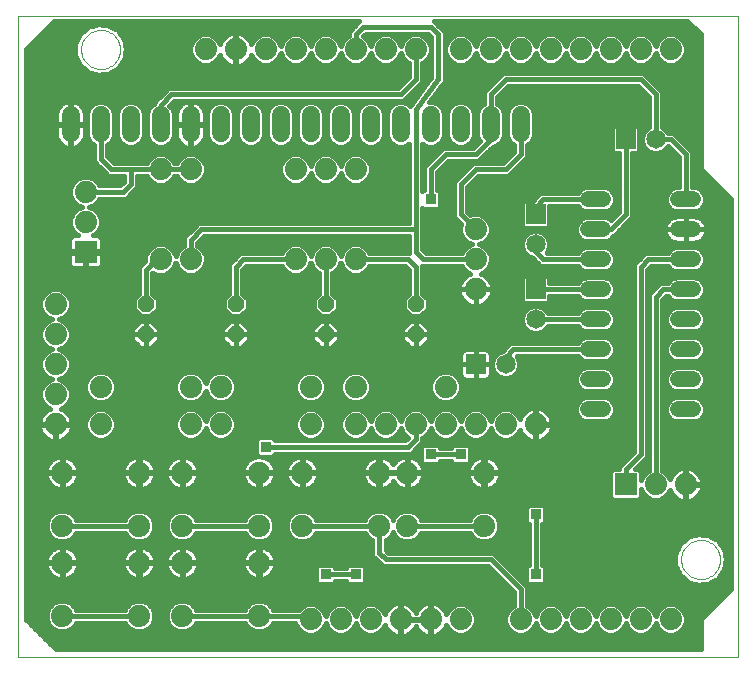
<source format=gbl>
G75*
%MOIN*%
%OFA0B0*%
%FSLAX24Y24*%
%IPPOS*%
%LPD*%
%AMOC8*
5,1,8,0,0,1.08239X$1,22.5*
%
%ADD10C,0.0000*%
%ADD11C,0.0740*%
%ADD12C,0.0600*%
%ADD13C,0.0520*%
%ADD14OC8,0.0520*%
%ADD15R,0.0740X0.0740*%
%ADD16R,0.0650X0.0650*%
%ADD17C,0.0650*%
%ADD18C,0.0160*%
%ADD19R,0.0356X0.0356*%
D10*
X006002Y000100D02*
X006002Y021470D01*
X029994Y021470D01*
X029994Y000100D01*
X006002Y000100D01*
X028102Y003350D02*
X028104Y003400D01*
X028110Y003450D01*
X028120Y003500D01*
X028133Y003548D01*
X028150Y003596D01*
X028171Y003642D01*
X028195Y003686D01*
X028223Y003728D01*
X028254Y003768D01*
X028288Y003805D01*
X028325Y003840D01*
X028364Y003871D01*
X028405Y003900D01*
X028449Y003925D01*
X028495Y003947D01*
X028542Y003965D01*
X028590Y003979D01*
X028639Y003990D01*
X028689Y003997D01*
X028739Y004000D01*
X028790Y003999D01*
X028840Y003994D01*
X028890Y003985D01*
X028938Y003973D01*
X028986Y003956D01*
X029032Y003936D01*
X029077Y003913D01*
X029120Y003886D01*
X029160Y003856D01*
X029198Y003823D01*
X029233Y003787D01*
X029266Y003748D01*
X029295Y003707D01*
X029321Y003664D01*
X029344Y003619D01*
X029363Y003572D01*
X029378Y003524D01*
X029390Y003475D01*
X029398Y003425D01*
X029402Y003375D01*
X029402Y003325D01*
X029398Y003275D01*
X029390Y003225D01*
X029378Y003176D01*
X029363Y003128D01*
X029344Y003081D01*
X029321Y003036D01*
X029295Y002993D01*
X029266Y002952D01*
X029233Y002913D01*
X029198Y002877D01*
X029160Y002844D01*
X029120Y002814D01*
X029077Y002787D01*
X029032Y002764D01*
X028986Y002744D01*
X028938Y002727D01*
X028890Y002715D01*
X028840Y002706D01*
X028790Y002701D01*
X028739Y002700D01*
X028689Y002703D01*
X028639Y002710D01*
X028590Y002721D01*
X028542Y002735D01*
X028495Y002753D01*
X028449Y002775D01*
X028405Y002800D01*
X028364Y002829D01*
X028325Y002860D01*
X028288Y002895D01*
X028254Y002932D01*
X028223Y002972D01*
X028195Y003014D01*
X028171Y003058D01*
X028150Y003104D01*
X028133Y003152D01*
X028120Y003200D01*
X028110Y003250D01*
X028104Y003300D01*
X028102Y003350D01*
X008102Y020350D02*
X008104Y020400D01*
X008110Y020450D01*
X008120Y020500D01*
X008133Y020548D01*
X008150Y020596D01*
X008171Y020642D01*
X008195Y020686D01*
X008223Y020728D01*
X008254Y020768D01*
X008288Y020805D01*
X008325Y020840D01*
X008364Y020871D01*
X008405Y020900D01*
X008449Y020925D01*
X008495Y020947D01*
X008542Y020965D01*
X008590Y020979D01*
X008639Y020990D01*
X008689Y020997D01*
X008739Y021000D01*
X008790Y020999D01*
X008840Y020994D01*
X008890Y020985D01*
X008938Y020973D01*
X008986Y020956D01*
X009032Y020936D01*
X009077Y020913D01*
X009120Y020886D01*
X009160Y020856D01*
X009198Y020823D01*
X009233Y020787D01*
X009266Y020748D01*
X009295Y020707D01*
X009321Y020664D01*
X009344Y020619D01*
X009363Y020572D01*
X009378Y020524D01*
X009390Y020475D01*
X009398Y020425D01*
X009402Y020375D01*
X009402Y020325D01*
X009398Y020275D01*
X009390Y020225D01*
X009378Y020176D01*
X009363Y020128D01*
X009344Y020081D01*
X009321Y020036D01*
X009295Y019993D01*
X009266Y019952D01*
X009233Y019913D01*
X009198Y019877D01*
X009160Y019844D01*
X009120Y019814D01*
X009077Y019787D01*
X009032Y019764D01*
X008986Y019744D01*
X008938Y019727D01*
X008890Y019715D01*
X008840Y019706D01*
X008790Y019701D01*
X008739Y019700D01*
X008689Y019703D01*
X008639Y019710D01*
X008590Y019721D01*
X008542Y019735D01*
X008495Y019753D01*
X008449Y019775D01*
X008405Y019800D01*
X008364Y019829D01*
X008325Y019860D01*
X008288Y019895D01*
X008254Y019932D01*
X008223Y019972D01*
X008195Y020014D01*
X008171Y020058D01*
X008150Y020104D01*
X008133Y020152D01*
X008120Y020200D01*
X008110Y020250D01*
X008104Y020300D01*
X008102Y020350D01*
D11*
X012252Y020350D03*
X013252Y020350D03*
X014252Y020350D03*
X015252Y020350D03*
X016252Y020350D03*
X017252Y020350D03*
X018252Y020350D03*
X019252Y020350D03*
X020752Y020350D03*
X021752Y020350D03*
X022752Y020350D03*
X023752Y020350D03*
X024752Y020350D03*
X025752Y020350D03*
X026752Y020350D03*
X027752Y020350D03*
X021252Y014350D03*
X021252Y013350D03*
X021252Y012350D03*
X017252Y013350D03*
X016252Y013350D03*
X015252Y013350D03*
X011752Y013350D03*
X010752Y013350D03*
X008252Y014600D03*
X008252Y015600D03*
X010752Y016350D03*
X011752Y016350D03*
X015252Y016350D03*
X016252Y016350D03*
X017252Y016350D03*
X017252Y009100D03*
X015752Y009100D03*
X015752Y007850D03*
X017252Y007850D03*
X018252Y007850D03*
X019252Y007850D03*
X020252Y007850D03*
X021252Y007850D03*
X022252Y007850D03*
X023252Y007850D03*
X021532Y006240D03*
X021532Y004460D03*
X018972Y004460D03*
X018032Y004460D03*
X018032Y006240D03*
X018972Y006240D03*
X015472Y006240D03*
X014032Y006240D03*
X012752Y007850D03*
X011752Y007850D03*
X011752Y009100D03*
X012752Y009100D03*
X011472Y006240D03*
X010032Y006240D03*
X008752Y007850D03*
X007252Y007850D03*
X007252Y008850D03*
X007252Y009850D03*
X007252Y010850D03*
X007252Y011850D03*
X008752Y009100D03*
X007472Y006240D03*
X007472Y004460D03*
X007472Y003240D03*
X007472Y001460D03*
X010032Y001460D03*
X011472Y001460D03*
X011472Y003240D03*
X010032Y003240D03*
X010032Y004460D03*
X011472Y004460D03*
X014032Y004460D03*
X015472Y004460D03*
X014032Y003240D03*
X014032Y001460D03*
X015752Y001350D03*
X016752Y001350D03*
X017752Y001350D03*
X018752Y001350D03*
X019752Y001350D03*
X020752Y001350D03*
X022752Y001350D03*
X023752Y001350D03*
X024752Y001350D03*
X025752Y001350D03*
X026752Y001350D03*
X027752Y001350D03*
X027252Y005850D03*
X028252Y005850D03*
X020252Y009100D03*
D12*
X019752Y017550D02*
X019752Y018150D01*
X018752Y018150D02*
X018752Y017550D01*
X017752Y017550D02*
X017752Y018150D01*
X016752Y018150D02*
X016752Y017550D01*
X015752Y017550D02*
X015752Y018150D01*
X014752Y018150D02*
X014752Y017550D01*
X013752Y017550D02*
X013752Y018150D01*
X012752Y018150D02*
X012752Y017550D01*
X011752Y017550D02*
X011752Y018150D01*
X010752Y018150D02*
X010752Y017550D01*
X009752Y017550D02*
X009752Y018150D01*
X008752Y018150D02*
X008752Y017550D01*
X007752Y017550D02*
X007752Y018150D01*
X020752Y018150D02*
X020752Y017550D01*
X021752Y017550D02*
X021752Y018150D01*
X022752Y018150D02*
X022752Y017550D01*
D13*
X024992Y015350D02*
X025512Y015350D01*
X025512Y014350D02*
X024992Y014350D01*
X024992Y013350D02*
X025512Y013350D01*
X025512Y012350D02*
X024992Y012350D01*
X024992Y011350D02*
X025512Y011350D01*
X025512Y010350D02*
X024992Y010350D01*
X024992Y009350D02*
X025512Y009350D01*
X025512Y008350D02*
X024992Y008350D01*
X027992Y008350D02*
X028512Y008350D01*
X028512Y009350D02*
X027992Y009350D01*
X027992Y010350D02*
X028512Y010350D01*
X028512Y011350D02*
X027992Y011350D01*
X027992Y012350D02*
X028512Y012350D01*
X028512Y013350D02*
X027992Y013350D01*
X027992Y014350D02*
X028512Y014350D01*
X028512Y015350D02*
X027992Y015350D01*
D14*
X019252Y011850D03*
X019252Y010850D03*
X016252Y010850D03*
X016252Y011850D03*
X013252Y011850D03*
X013252Y010850D03*
X010252Y010850D03*
X010252Y011850D03*
D15*
X008252Y013600D03*
X026252Y005850D03*
D16*
X021252Y009850D03*
X023252Y012350D03*
X023252Y014850D03*
X026252Y017350D03*
D17*
X027252Y017350D03*
X023252Y013850D03*
X023252Y011350D03*
X022252Y009850D03*
D18*
X022252Y010100D01*
X022502Y010350D01*
X025252Y010350D01*
X024913Y010750D02*
X024766Y010689D01*
X024653Y010577D01*
X024651Y010570D01*
X022411Y010570D01*
X022282Y010441D01*
X022154Y010312D01*
X021989Y010244D01*
X021858Y010113D01*
X021787Y009942D01*
X021787Y009758D01*
X021858Y009587D01*
X021989Y009456D01*
X022160Y009385D01*
X022345Y009385D01*
X022516Y009456D01*
X022647Y009587D01*
X022717Y009758D01*
X022717Y009942D01*
X022647Y010113D01*
X022630Y010130D01*
X024651Y010130D01*
X024653Y010123D01*
X024766Y010011D01*
X024913Y009950D01*
X025592Y009950D01*
X025739Y010011D01*
X025851Y010123D01*
X025912Y010270D01*
X025912Y010430D01*
X025851Y010577D01*
X025739Y010689D01*
X025592Y010750D01*
X024913Y010750D01*
X024762Y010686D02*
X019692Y010686D01*
X019692Y010668D02*
X019692Y010850D01*
X019692Y011032D01*
X019435Y011290D01*
X019252Y011290D01*
X019070Y011290D01*
X018812Y011032D01*
X018812Y010850D01*
X018812Y010668D01*
X019070Y010410D01*
X019252Y010410D01*
X019252Y010850D01*
X018812Y010850D01*
X019252Y010850D01*
X019252Y010850D01*
X019252Y011290D01*
X019252Y010850D01*
X019252Y010850D01*
X019252Y010850D01*
X019252Y010410D01*
X019435Y010410D01*
X019692Y010668D01*
X019692Y010844D02*
X026532Y010844D01*
X026532Y010686D02*
X025743Y010686D01*
X025872Y010527D02*
X026532Y010527D01*
X026532Y010369D02*
X025912Y010369D01*
X025887Y010210D02*
X026532Y010210D01*
X026532Y010052D02*
X025780Y010052D01*
X025629Y009735D02*
X026532Y009735D01*
X026532Y009893D02*
X022717Y009893D01*
X022708Y009735D02*
X024875Y009735D01*
X024913Y009750D02*
X024766Y009689D01*
X024653Y009577D01*
X024592Y009430D01*
X024592Y009270D01*
X024653Y009123D01*
X024766Y009011D01*
X024913Y008950D01*
X025592Y008950D01*
X025739Y009011D01*
X025851Y009123D01*
X025912Y009270D01*
X025912Y009430D01*
X025851Y009577D01*
X025739Y009689D01*
X025592Y009750D01*
X024913Y009750D01*
X024653Y009576D02*
X022636Y009576D01*
X022423Y009418D02*
X024592Y009418D01*
X024597Y009259D02*
X020739Y009259D01*
X020762Y009201D02*
X020685Y009389D01*
X020541Y009532D01*
X020354Y009610D01*
X020151Y009610D01*
X019963Y009532D01*
X019820Y009389D01*
X019742Y009201D01*
X019742Y008999D01*
X019820Y008811D01*
X019963Y008668D01*
X020151Y008590D01*
X020354Y008590D01*
X020541Y008668D01*
X020685Y008811D01*
X020762Y008999D01*
X020762Y009201D01*
X020762Y009101D02*
X024676Y009101D01*
X024766Y008689D02*
X024913Y008750D01*
X025592Y008750D01*
X025739Y008689D01*
X025851Y008577D01*
X025912Y008430D01*
X025912Y008270D01*
X025851Y008123D01*
X025739Y008011D01*
X025592Y007950D01*
X024913Y007950D01*
X024766Y008011D01*
X024653Y008123D01*
X024592Y008270D01*
X024592Y008430D01*
X024653Y008577D01*
X024766Y008689D01*
X024702Y008625D02*
X020438Y008625D01*
X020657Y008784D02*
X026532Y008784D01*
X026532Y008942D02*
X020739Y008942D01*
X020858Y009357D02*
X020904Y009345D01*
X021252Y009345D01*
X021252Y009850D01*
X020747Y009850D01*
X020747Y009501D01*
X020760Y009456D01*
X020783Y009414D01*
X020817Y009381D01*
X020858Y009357D01*
X020782Y009418D02*
X020656Y009418D01*
X020747Y009576D02*
X020436Y009576D01*
X020747Y009735D02*
X007757Y009735D01*
X007762Y009749D02*
X007762Y009951D01*
X007685Y010139D01*
X007541Y010282D01*
X007378Y010350D01*
X007541Y010418D01*
X007685Y010561D01*
X007762Y010749D01*
X007762Y010951D01*
X007685Y011139D01*
X007541Y011282D01*
X007378Y011350D01*
X007541Y011418D01*
X007685Y011561D01*
X007762Y011749D01*
X007762Y011951D01*
X007685Y012139D01*
X007541Y012282D01*
X007354Y012360D01*
X007151Y012360D01*
X006963Y012282D01*
X006820Y012139D01*
X006742Y011951D01*
X006742Y011749D01*
X006820Y011561D01*
X006963Y011418D01*
X007127Y011350D01*
X006963Y011282D01*
X006820Y011139D01*
X006742Y010951D01*
X006742Y010749D01*
X006820Y010561D01*
X006963Y010418D01*
X007127Y010350D01*
X006963Y010282D01*
X006820Y010139D01*
X006742Y009951D01*
X006742Y009749D01*
X006820Y009561D01*
X006963Y009418D01*
X007127Y009350D01*
X006963Y009282D01*
X006820Y009139D01*
X006742Y008951D01*
X006742Y008749D01*
X006820Y008561D01*
X006963Y008418D01*
X007076Y008371D01*
X007041Y008360D01*
X006964Y008320D01*
X006894Y008270D01*
X006833Y008208D01*
X006782Y008138D01*
X006743Y008061D01*
X006716Y007979D01*
X006702Y007893D01*
X006702Y007870D01*
X007232Y007870D01*
X007232Y007830D01*
X006702Y007830D01*
X006702Y007807D01*
X006716Y007721D01*
X006743Y007639D01*
X006782Y007562D01*
X006833Y007492D01*
X006894Y007430D01*
X006964Y007380D01*
X007041Y007340D01*
X007124Y007314D01*
X007209Y007300D01*
X007232Y007300D01*
X007232Y007830D01*
X007272Y007830D01*
X007272Y007300D01*
X007296Y007300D01*
X007381Y007314D01*
X007463Y007340D01*
X007541Y007380D01*
X007611Y007430D01*
X007672Y007492D01*
X007723Y007562D01*
X007762Y007639D01*
X007789Y007721D01*
X007802Y007807D01*
X007802Y007830D01*
X007272Y007830D01*
X007272Y007870D01*
X007802Y007870D01*
X007802Y007893D01*
X007789Y007979D01*
X007762Y008061D01*
X007723Y008138D01*
X007672Y008208D01*
X007611Y008270D01*
X007541Y008320D01*
X007463Y008360D01*
X007429Y008371D01*
X007541Y008418D01*
X007685Y008561D01*
X007762Y008749D01*
X007762Y008951D01*
X007685Y009139D01*
X007541Y009282D01*
X007378Y009350D01*
X007541Y009418D01*
X007685Y009561D01*
X007762Y009749D01*
X007762Y009893D02*
X020747Y009893D01*
X020747Y009850D02*
X021252Y009850D01*
X021252Y009850D01*
X021252Y010355D01*
X020904Y010355D01*
X020858Y010343D01*
X020817Y010319D01*
X020783Y010286D01*
X020760Y010244D01*
X020747Y010199D01*
X020747Y009850D01*
X020747Y010052D02*
X007721Y010052D01*
X007614Y010210D02*
X020750Y010210D01*
X021252Y010210D02*
X021252Y010210D01*
X021252Y010355D02*
X021252Y009850D01*
X021252Y009850D01*
X021252Y009850D01*
X021252Y009345D01*
X021601Y009345D01*
X021647Y009357D01*
X021688Y009381D01*
X021721Y009414D01*
X021745Y009456D01*
X021757Y009501D01*
X021757Y009850D01*
X021757Y010199D01*
X021745Y010244D01*
X021721Y010286D01*
X021688Y010319D01*
X021647Y010343D01*
X021601Y010355D01*
X021252Y010355D01*
X021252Y010052D02*
X021252Y010052D01*
X021252Y009893D02*
X021252Y009893D01*
X021252Y009850D02*
X021757Y009850D01*
X021252Y009850D01*
X021252Y009850D01*
X021252Y009735D02*
X021252Y009735D01*
X021252Y009576D02*
X021252Y009576D01*
X021252Y009418D02*
X021252Y009418D01*
X021723Y009418D02*
X022081Y009418D01*
X021869Y009576D02*
X021757Y009576D01*
X021757Y009735D02*
X021797Y009735D01*
X021787Y009893D02*
X021757Y009893D01*
X021757Y010052D02*
X021833Y010052D01*
X021754Y010210D02*
X021955Y010210D01*
X022210Y010369D02*
X007423Y010369D01*
X007651Y010527D02*
X009953Y010527D01*
X010070Y010410D02*
X009812Y010668D01*
X009812Y010850D01*
X010252Y010850D01*
X010252Y010850D01*
X009812Y010850D01*
X009812Y011032D01*
X010070Y011290D01*
X010252Y011290D01*
X010252Y010850D01*
X010252Y010850D01*
X010252Y010850D01*
X010252Y010410D01*
X010070Y010410D01*
X010252Y010410D02*
X010435Y010410D01*
X010692Y010668D01*
X010692Y010850D01*
X010692Y011032D01*
X010435Y011290D01*
X010252Y011290D01*
X010252Y010850D01*
X010252Y010410D01*
X010252Y010527D02*
X010252Y010527D01*
X010252Y010686D02*
X010252Y010686D01*
X010252Y010844D02*
X010252Y010844D01*
X010252Y010850D02*
X010252Y010850D01*
X010692Y010850D01*
X010252Y010850D01*
X010252Y011003D02*
X010252Y011003D01*
X010252Y011161D02*
X010252Y011161D01*
X009941Y011161D02*
X007663Y011161D01*
X007741Y011003D02*
X009812Y011003D01*
X009812Y010844D02*
X007762Y010844D01*
X007736Y010686D02*
X009812Y010686D01*
X010552Y010527D02*
X012953Y010527D01*
X013070Y010410D02*
X012812Y010668D01*
X012812Y010850D01*
X013252Y010850D01*
X013252Y010850D01*
X012812Y010850D01*
X012812Y011032D01*
X013070Y011290D01*
X013252Y011290D01*
X013252Y010850D01*
X013252Y010850D01*
X013252Y010850D01*
X013252Y010410D01*
X013070Y010410D01*
X013252Y010410D02*
X013435Y010410D01*
X013692Y010668D01*
X013692Y010850D01*
X013692Y011032D01*
X013435Y011290D01*
X013252Y011290D01*
X013252Y010850D01*
X013252Y010410D01*
X013252Y010527D02*
X013252Y010527D01*
X013252Y010686D02*
X013252Y010686D01*
X013252Y010844D02*
X013252Y010844D01*
X013252Y010850D02*
X013252Y010850D01*
X013692Y010850D01*
X013252Y010850D01*
X013252Y011003D02*
X013252Y011003D01*
X013252Y011161D02*
X013252Y011161D01*
X012941Y011161D02*
X010564Y011161D01*
X010692Y011003D02*
X012812Y011003D01*
X012812Y010844D02*
X010692Y010844D01*
X010692Y010686D02*
X012812Y010686D01*
X013552Y010527D02*
X015953Y010527D01*
X016070Y010410D02*
X015812Y010668D01*
X015812Y010850D01*
X016252Y010850D01*
X016252Y010850D01*
X015812Y010850D01*
X015812Y011032D01*
X016070Y011290D01*
X016252Y011290D01*
X016252Y010850D01*
X016252Y010850D01*
X016252Y010850D01*
X016252Y010410D01*
X016070Y010410D01*
X016252Y010410D02*
X016435Y010410D01*
X016692Y010668D01*
X016692Y010850D01*
X016692Y011032D01*
X016435Y011290D01*
X016252Y011290D01*
X016252Y010850D01*
X016252Y010410D01*
X016252Y010527D02*
X016252Y010527D01*
X016252Y010686D02*
X016252Y010686D01*
X016252Y010844D02*
X016252Y010844D01*
X016252Y010850D02*
X016252Y010850D01*
X016692Y010850D01*
X016252Y010850D01*
X016252Y011003D02*
X016252Y011003D01*
X016252Y011161D02*
X016252Y011161D01*
X016564Y011161D02*
X018941Y011161D01*
X018812Y011003D02*
X016692Y011003D01*
X016692Y010844D02*
X018812Y010844D01*
X018812Y010686D02*
X016692Y010686D01*
X016552Y010527D02*
X018953Y010527D01*
X019252Y010527D02*
X019252Y010527D01*
X019252Y010686D02*
X019252Y010686D01*
X019252Y010844D02*
X019252Y010844D01*
X019252Y010850D02*
X019252Y010850D01*
X019692Y010850D01*
X019252Y010850D01*
X019252Y011003D02*
X019252Y011003D01*
X019252Y011161D02*
X019252Y011161D01*
X019087Y011450D02*
X019418Y011450D01*
X019652Y011684D01*
X019652Y012016D01*
X019472Y012196D01*
X019472Y013130D01*
X020791Y013130D01*
X020820Y013061D01*
X020963Y012918D01*
X021076Y012871D01*
X021041Y012860D01*
X020964Y012820D01*
X020894Y012770D01*
X020833Y012708D01*
X020782Y012638D01*
X020743Y012561D01*
X020716Y012479D01*
X020702Y012393D01*
X020702Y012350D01*
X021252Y012350D01*
X020702Y012350D01*
X020702Y012307D01*
X020716Y012221D01*
X020743Y012139D01*
X020782Y012062D01*
X020833Y011992D01*
X020894Y011930D01*
X020964Y011880D01*
X021041Y011840D01*
X021124Y011814D01*
X021209Y011800D01*
X021252Y011800D01*
X021252Y012350D01*
X021252Y012350D01*
X021252Y012350D01*
X021252Y011800D01*
X021296Y011800D01*
X021381Y011814D01*
X021463Y011840D01*
X021541Y011880D01*
X021611Y011930D01*
X021672Y011992D01*
X021723Y012062D01*
X021762Y012139D01*
X021789Y012221D01*
X021802Y012307D01*
X021802Y012350D01*
X021802Y012393D01*
X021789Y012479D01*
X021762Y012561D01*
X021723Y012638D01*
X021672Y012708D01*
X021611Y012770D01*
X021541Y012820D01*
X021463Y012860D01*
X021429Y012871D01*
X021541Y012918D01*
X021685Y013061D01*
X021762Y013249D01*
X021762Y013451D01*
X021685Y013639D01*
X021541Y013782D01*
X021378Y013850D01*
X021541Y013918D01*
X021685Y014061D01*
X021762Y014249D01*
X021762Y014451D01*
X021685Y014639D01*
X021541Y014782D01*
X021354Y014860D01*
X021151Y014860D01*
X021082Y014831D01*
X020972Y014941D01*
X020972Y015759D01*
X021343Y016130D01*
X022343Y016130D01*
X022843Y016630D01*
X022972Y016759D01*
X022972Y017165D01*
X023002Y017177D01*
X023125Y017301D01*
X023192Y017462D01*
X023192Y018238D01*
X023125Y018399D01*
X023002Y018523D01*
X022840Y018590D01*
X022665Y018590D01*
X022503Y018523D01*
X022379Y018399D01*
X022312Y018238D01*
X022312Y017462D01*
X022379Y017301D01*
X022503Y017177D01*
X022532Y017165D01*
X022532Y016941D01*
X022161Y016570D01*
X021161Y016570D01*
X020661Y016070D01*
X020532Y015941D01*
X020532Y014759D01*
X020771Y014520D01*
X020742Y014451D01*
X020742Y014249D01*
X020820Y014061D01*
X020963Y013918D01*
X021127Y013850D01*
X020963Y013782D01*
X020820Y013639D01*
X020791Y013570D01*
X019593Y013570D01*
X019472Y013691D01*
X019472Y015076D01*
X019516Y015032D01*
X019988Y015032D01*
X020070Y015114D01*
X020070Y015586D01*
X019988Y015668D01*
X019972Y015668D01*
X019972Y016259D01*
X020343Y016630D01*
X021343Y016630D01*
X021472Y016759D01*
X021823Y017110D01*
X021840Y017110D01*
X022002Y017177D01*
X022125Y017301D01*
X022192Y017462D01*
X022192Y018238D01*
X022125Y018399D01*
X022002Y018523D01*
X021972Y018535D01*
X021972Y018759D01*
X022343Y019130D01*
X026661Y019130D01*
X027032Y018759D01*
X027032Y017762D01*
X026989Y017744D01*
X026858Y017613D01*
X026787Y017442D01*
X026787Y017258D01*
X026858Y017087D01*
X026989Y016956D01*
X027160Y016885D01*
X027345Y016885D01*
X027516Y016956D01*
X027647Y017087D01*
X027664Y017128D01*
X028032Y016759D01*
X028032Y015750D01*
X027913Y015750D01*
X027766Y015689D01*
X027653Y015577D01*
X027592Y015430D01*
X027592Y015270D01*
X027653Y015123D01*
X027766Y015011D01*
X027913Y014950D01*
X028592Y014950D01*
X028739Y015011D01*
X028851Y015123D01*
X028912Y015270D01*
X028912Y015430D01*
X028851Y015577D01*
X028739Y015689D01*
X028592Y015750D01*
X028472Y015750D01*
X028472Y016941D01*
X027972Y017441D01*
X027843Y017570D01*
X027665Y017570D01*
X027647Y017613D01*
X027516Y017744D01*
X027472Y017762D01*
X027472Y018941D01*
X027343Y019070D01*
X026843Y019570D01*
X022161Y019570D01*
X022032Y019441D01*
X021532Y018941D01*
X021532Y018535D01*
X021503Y018523D01*
X021379Y018399D01*
X021312Y018238D01*
X021312Y017462D01*
X021379Y017301D01*
X021386Y017294D01*
X021161Y017070D01*
X020161Y017070D01*
X019661Y016570D01*
X019532Y016441D01*
X019532Y015668D01*
X019516Y015668D01*
X019472Y015624D01*
X019472Y017208D01*
X019503Y017177D01*
X019665Y017110D01*
X019840Y017110D01*
X020002Y017177D01*
X020125Y017301D01*
X020192Y017462D01*
X020192Y018238D01*
X020125Y018399D01*
X020002Y018523D01*
X019840Y018590D01*
X019707Y018590D01*
X020169Y019205D01*
X020222Y019259D01*
X020222Y019277D01*
X020233Y019291D01*
X020222Y019366D01*
X020222Y020941D01*
X020093Y021070D01*
X019873Y021290D01*
X028312Y021290D01*
X028752Y020850D01*
X028752Y016350D01*
X029752Y015350D01*
X029752Y002350D01*
X028752Y001350D01*
X028752Y000350D01*
X007252Y000350D01*
X006252Y001350D01*
X006252Y020350D01*
X007192Y021290D01*
X017381Y021290D01*
X017282Y021191D01*
X017032Y020941D01*
X017032Y020811D01*
X016963Y020782D01*
X016820Y020639D01*
X016752Y020476D01*
X016685Y020639D01*
X016541Y020782D01*
X016354Y020860D01*
X016151Y020860D01*
X015963Y020782D01*
X015820Y020639D01*
X015752Y020476D01*
X015685Y020639D01*
X015541Y020782D01*
X015354Y020860D01*
X015151Y020860D01*
X014963Y020782D01*
X014820Y020639D01*
X014752Y020476D01*
X014685Y020639D01*
X014541Y020782D01*
X014354Y020860D01*
X014151Y020860D01*
X013963Y020782D01*
X013820Y020639D01*
X013773Y020526D01*
X013762Y020561D01*
X013723Y020638D01*
X013672Y020708D01*
X013611Y020770D01*
X013541Y020820D01*
X013463Y020860D01*
X013381Y020886D01*
X013296Y020900D01*
X013272Y020900D01*
X013272Y020370D01*
X013232Y020370D01*
X013232Y020900D01*
X013209Y020900D01*
X013124Y020886D01*
X013041Y020860D01*
X012964Y020820D01*
X012894Y020770D01*
X012833Y020708D01*
X012782Y020638D01*
X012743Y020561D01*
X012731Y020526D01*
X012685Y020639D01*
X012541Y020782D01*
X012354Y020860D01*
X012151Y020860D01*
X011963Y020782D01*
X011820Y020639D01*
X011742Y020451D01*
X011742Y020249D01*
X011820Y020061D01*
X011963Y019918D01*
X012151Y019840D01*
X012354Y019840D01*
X012541Y019918D01*
X012685Y020061D01*
X012731Y020174D01*
X012743Y020139D01*
X012782Y020062D01*
X012833Y019992D01*
X012894Y019930D01*
X012964Y019880D01*
X013041Y019840D01*
X013124Y019814D01*
X013209Y019800D01*
X013232Y019800D01*
X013232Y020330D01*
X013272Y020330D01*
X013272Y019800D01*
X013296Y019800D01*
X013381Y019814D01*
X013463Y019840D01*
X013541Y019880D01*
X013611Y019930D01*
X013672Y019992D01*
X013723Y020062D01*
X013762Y020139D01*
X013773Y020174D01*
X013820Y020061D01*
X013963Y019918D01*
X014151Y019840D01*
X014354Y019840D01*
X014541Y019918D01*
X014685Y020061D01*
X014752Y020224D01*
X014820Y020061D01*
X014963Y019918D01*
X015151Y019840D01*
X015354Y019840D01*
X015541Y019918D01*
X015685Y020061D01*
X015752Y020224D01*
X015820Y020061D01*
X015963Y019918D01*
X016151Y019840D01*
X016354Y019840D01*
X016541Y019918D01*
X016685Y020061D01*
X016752Y020224D01*
X016820Y020061D01*
X016963Y019918D01*
X017151Y019840D01*
X017354Y019840D01*
X017541Y019918D01*
X017685Y020061D01*
X017752Y020224D01*
X017820Y020061D01*
X017963Y019918D01*
X018151Y019840D01*
X018354Y019840D01*
X018541Y019918D01*
X018685Y020061D01*
X018752Y020224D01*
X018820Y020061D01*
X018963Y019918D01*
X019032Y019889D01*
X019032Y019441D01*
X018661Y019070D01*
X011015Y019070D01*
X010886Y018941D01*
X010532Y018588D01*
X010532Y018535D01*
X010503Y018523D01*
X010379Y018399D01*
X010312Y018238D01*
X010312Y017462D01*
X010379Y017301D01*
X010503Y017177D01*
X010665Y017110D01*
X010840Y017110D01*
X011002Y017177D01*
X011125Y017301D01*
X011192Y017462D01*
X011192Y018238D01*
X011125Y018399D01*
X011046Y018479D01*
X011197Y018630D01*
X018843Y018630D01*
X019343Y019130D01*
X019472Y019259D01*
X019472Y019889D01*
X019541Y019918D01*
X019685Y020061D01*
X019762Y020249D01*
X019762Y020451D01*
X019685Y020639D01*
X019541Y020782D01*
X019354Y020860D01*
X019151Y020860D01*
X018963Y020782D01*
X018820Y020639D01*
X018752Y020476D01*
X018685Y020639D01*
X018541Y020782D01*
X018354Y020860D01*
X018151Y020860D01*
X017963Y020782D01*
X017820Y020639D01*
X017752Y020476D01*
X017685Y020639D01*
X017541Y020782D01*
X017509Y020796D01*
X017593Y020880D01*
X019661Y020880D01*
X019782Y020759D01*
X019782Y019423D01*
X019086Y018495D01*
X019058Y018467D01*
X019002Y018523D01*
X018840Y018590D01*
X018665Y018590D01*
X018503Y018523D01*
X018379Y018399D01*
X018312Y018238D01*
X018312Y017462D01*
X018379Y017301D01*
X018503Y017177D01*
X018665Y017110D01*
X018840Y017110D01*
X019002Y017177D01*
X019032Y017208D01*
X019032Y014570D01*
X012015Y014570D01*
X011886Y014441D01*
X011532Y014088D01*
X011532Y013811D01*
X011463Y013782D01*
X011320Y013639D01*
X011252Y013476D01*
X011185Y013639D01*
X011041Y013782D01*
X010854Y013860D01*
X010651Y013860D01*
X010463Y013782D01*
X010320Y013639D01*
X010242Y013451D01*
X010242Y013298D01*
X010161Y013216D01*
X010032Y013088D01*
X010032Y012196D01*
X009852Y012016D01*
X009852Y011684D01*
X010087Y011450D01*
X010418Y011450D01*
X010652Y011684D01*
X010652Y012016D01*
X010472Y012196D01*
X010472Y012905D01*
X010478Y012911D01*
X010651Y012840D01*
X010854Y012840D01*
X011041Y012918D01*
X011185Y013061D01*
X011252Y013224D01*
X011320Y013061D01*
X011463Y012918D01*
X011651Y012840D01*
X011854Y012840D01*
X012041Y012918D01*
X012185Y013061D01*
X012262Y013249D01*
X012262Y013451D01*
X012185Y013639D01*
X012041Y013782D01*
X011972Y013811D01*
X011972Y013905D01*
X012197Y014130D01*
X019032Y014130D01*
X019032Y013570D01*
X017713Y013570D01*
X017685Y013639D01*
X017541Y013782D01*
X017354Y013860D01*
X017151Y013860D01*
X016963Y013782D01*
X016820Y013639D01*
X016752Y013476D01*
X016685Y013639D01*
X016541Y013782D01*
X016354Y013860D01*
X016151Y013860D01*
X015963Y013782D01*
X015820Y013639D01*
X015752Y013476D01*
X015685Y013639D01*
X015541Y013782D01*
X015354Y013860D01*
X015151Y013860D01*
X014963Y013782D01*
X014820Y013639D01*
X014791Y013570D01*
X013411Y013570D01*
X013161Y013320D01*
X013032Y013191D01*
X013032Y012196D01*
X012852Y012016D01*
X012852Y011684D01*
X013087Y011450D01*
X013418Y011450D01*
X013652Y011684D01*
X013652Y012016D01*
X013472Y012196D01*
X013472Y013009D01*
X013593Y013130D01*
X014791Y013130D01*
X014820Y013061D01*
X014963Y012918D01*
X015151Y012840D01*
X015354Y012840D01*
X015541Y012918D01*
X015685Y013061D01*
X015752Y013224D01*
X015820Y013061D01*
X015963Y012918D01*
X016032Y012889D01*
X016032Y012196D01*
X015852Y012016D01*
X015852Y011684D01*
X016087Y011450D01*
X016418Y011450D01*
X016652Y011684D01*
X016652Y012016D01*
X016472Y012196D01*
X016472Y012889D01*
X016541Y012918D01*
X016685Y013061D01*
X016752Y013224D01*
X016820Y013061D01*
X016963Y012918D01*
X017151Y012840D01*
X017354Y012840D01*
X017541Y012918D01*
X017685Y013061D01*
X017713Y013130D01*
X018911Y013130D01*
X019032Y013009D01*
X019032Y012196D01*
X018852Y012016D01*
X018852Y011684D01*
X019087Y011450D01*
X019059Y011478D02*
X016446Y011478D01*
X016605Y011637D02*
X018900Y011637D01*
X018852Y011795D02*
X016652Y011795D01*
X016652Y011954D02*
X018852Y011954D01*
X018949Y012112D02*
X016556Y012112D01*
X016472Y012271D02*
X019032Y012271D01*
X019032Y012429D02*
X016472Y012429D01*
X016472Y012588D02*
X019032Y012588D01*
X019032Y012746D02*
X016472Y012746D01*
X016510Y012905D02*
X016995Y012905D01*
X016819Y013063D02*
X016686Y013063D01*
X016751Y013222D02*
X016754Y013222D01*
X016778Y013539D02*
X016726Y013539D01*
X016627Y013697D02*
X016878Y013697D01*
X017140Y013856D02*
X016365Y013856D01*
X016140Y013856D02*
X015365Y013856D01*
X015140Y013856D02*
X011972Y013856D01*
X012081Y014014D02*
X019032Y014014D01*
X019032Y013856D02*
X017365Y013856D01*
X017627Y013697D02*
X019032Y013697D01*
X019252Y013600D02*
X019252Y014350D01*
X019252Y018350D01*
X020002Y019350D01*
X020002Y020850D01*
X019752Y021100D01*
X017502Y021100D01*
X017252Y020850D01*
X017252Y020350D01*
X017737Y020513D02*
X017768Y020513D01*
X017852Y020671D02*
X017653Y020671D01*
X017543Y020830D02*
X018077Y020830D01*
X018427Y020830D02*
X019077Y020830D01*
X018852Y020671D02*
X018653Y020671D01*
X018737Y020513D02*
X018768Y020513D01*
X018764Y020196D02*
X018740Y020196D01*
X018661Y020037D02*
X018844Y020037D01*
X019032Y019879D02*
X018447Y019879D01*
X018058Y019879D02*
X017447Y019879D01*
X017661Y020037D02*
X017844Y020037D01*
X017764Y020196D02*
X017740Y020196D01*
X017058Y019879D02*
X016447Y019879D01*
X016661Y020037D02*
X016844Y020037D01*
X016764Y020196D02*
X016740Y020196D01*
X016737Y020513D02*
X016768Y020513D01*
X016852Y020671D02*
X016653Y020671D01*
X016427Y020830D02*
X017032Y020830D01*
X017079Y020988D02*
X009320Y020988D01*
X009324Y020985D02*
X009245Y021031D01*
X009223Y021054D01*
X009165Y021077D01*
X009017Y021163D01*
X009017Y021163D01*
X008938Y021171D01*
X008917Y021180D01*
X008856Y021180D01*
X008663Y021200D01*
X008600Y021180D01*
X008587Y021180D01*
X008539Y021160D01*
X008325Y021090D01*
X008285Y021055D01*
X008282Y021054D01*
X008266Y021038D01*
X008061Y020853D01*
X008061Y020853D01*
X007916Y020528D01*
X007916Y020172D01*
X008061Y019847D01*
X008266Y019662D01*
X008282Y019646D01*
X008285Y019645D01*
X008325Y019610D01*
X008539Y019540D01*
X008587Y019520D01*
X008600Y019520D01*
X008663Y019500D01*
X008856Y019520D01*
X008917Y019520D01*
X008938Y019529D01*
X009017Y019537D01*
X009165Y019623D01*
X009223Y019646D01*
X009245Y019669D01*
X009324Y019715D01*
X009414Y019838D01*
X009456Y019880D01*
X009471Y019917D01*
X009533Y020002D01*
X009533Y020002D01*
X009562Y020135D01*
X009582Y020185D01*
X009582Y020232D01*
X009607Y020350D01*
X009582Y020468D01*
X009582Y020515D01*
X009562Y020565D01*
X009533Y020698D01*
X009471Y020783D01*
X009456Y020820D01*
X009414Y020862D01*
X009324Y020985D01*
X009324Y020985D01*
X009324Y020985D01*
X009447Y020830D02*
X012077Y020830D01*
X011852Y020671D02*
X009539Y020671D01*
X009533Y020698D02*
X009533Y020698D01*
X009582Y020513D02*
X011768Y020513D01*
X011742Y020354D02*
X009606Y020354D01*
X009582Y020196D02*
X011764Y020196D01*
X011844Y020037D02*
X009541Y020037D01*
X009455Y019879D02*
X012058Y019879D01*
X012447Y019879D02*
X012966Y019879D01*
X012800Y020037D02*
X012661Y020037D01*
X013232Y020037D02*
X013272Y020037D01*
X013272Y019879D02*
X013232Y019879D01*
X013539Y019879D02*
X014058Y019879D01*
X013844Y020037D02*
X013705Y020037D01*
X013272Y020196D02*
X013232Y020196D01*
X013232Y020513D02*
X013272Y020513D01*
X013272Y020671D02*
X013232Y020671D01*
X013232Y020830D02*
X013272Y020830D01*
X013523Y020830D02*
X014077Y020830D01*
X013852Y020671D02*
X013699Y020671D01*
X012982Y020830D02*
X012427Y020830D01*
X012653Y020671D02*
X012806Y020671D01*
X014427Y020830D02*
X015077Y020830D01*
X014852Y020671D02*
X014653Y020671D01*
X014737Y020513D02*
X014768Y020513D01*
X014764Y020196D02*
X014740Y020196D01*
X014661Y020037D02*
X014844Y020037D01*
X015058Y019879D02*
X014447Y019879D01*
X015447Y019879D02*
X016058Y019879D01*
X015844Y020037D02*
X015661Y020037D01*
X015740Y020196D02*
X015764Y020196D01*
X015768Y020513D02*
X015737Y020513D01*
X015653Y020671D02*
X015852Y020671D01*
X016077Y020830D02*
X015427Y020830D01*
X017238Y021147D02*
X009045Y021147D01*
X008663Y021200D02*
X008663Y021200D01*
X008498Y021147D02*
X007049Y021147D01*
X006890Y020988D02*
X008211Y020988D01*
X008325Y021090D02*
X008325Y021090D01*
X008050Y020830D02*
X006732Y020830D01*
X006573Y020671D02*
X007980Y020671D01*
X007916Y020513D02*
X006415Y020513D01*
X006256Y020354D02*
X007916Y020354D01*
X007916Y020196D02*
X006252Y020196D01*
X006252Y020037D02*
X007976Y020037D01*
X008047Y019879D02*
X006252Y019879D01*
X006252Y019720D02*
X008202Y019720D01*
X008325Y019610D02*
X008325Y019610D01*
X008473Y019562D02*
X006252Y019562D01*
X006252Y019403D02*
X018994Y019403D01*
X019032Y019562D02*
X009059Y019562D01*
X009017Y019537D02*
X009017Y019537D01*
X009324Y019715D02*
X009324Y019715D01*
X009324Y019715D01*
X009328Y019720D02*
X019032Y019720D01*
X019472Y019720D02*
X019782Y019720D01*
X019782Y019562D02*
X019472Y019562D01*
X019472Y019403D02*
X019767Y019403D01*
X019648Y019245D02*
X019458Y019245D01*
X019529Y019086D02*
X019300Y019086D01*
X019411Y018928D02*
X019141Y018928D01*
X019292Y018769D02*
X018983Y018769D01*
X018752Y018850D02*
X019252Y019350D01*
X019252Y020350D01*
X019762Y020354D02*
X019782Y020354D01*
X019782Y020196D02*
X019740Y020196D01*
X019782Y020037D02*
X019661Y020037D01*
X019782Y019879D02*
X019472Y019879D01*
X018836Y019245D02*
X006252Y019245D01*
X006252Y019086D02*
X018677Y019086D01*
X018752Y018850D02*
X011106Y018850D01*
X010752Y018496D01*
X010752Y017850D01*
X010312Y017818D02*
X010192Y017818D01*
X010192Y017660D02*
X010312Y017660D01*
X010312Y017501D02*
X010192Y017501D01*
X010192Y017462D02*
X010192Y018238D01*
X010125Y018399D01*
X010002Y018523D01*
X009840Y018590D01*
X009665Y018590D01*
X009503Y018523D01*
X009379Y018399D01*
X009312Y018238D01*
X009312Y017462D01*
X009379Y017301D01*
X009503Y017177D01*
X009665Y017110D01*
X009840Y017110D01*
X010002Y017177D01*
X010125Y017301D01*
X010192Y017462D01*
X010143Y017343D02*
X010362Y017343D01*
X010496Y017184D02*
X010009Y017184D01*
X009496Y017184D02*
X009009Y017184D01*
X009002Y017177D02*
X009125Y017301D01*
X009192Y017462D01*
X009192Y018238D01*
X009125Y018399D01*
X009002Y018523D01*
X008840Y018590D01*
X008665Y018590D01*
X008503Y018523D01*
X008379Y018399D01*
X008312Y018238D01*
X008312Y017462D01*
X008379Y017301D01*
X008503Y017177D01*
X008532Y017165D01*
X008532Y016612D01*
X008886Y016259D01*
X009015Y016130D01*
X009532Y016130D01*
X009532Y015941D01*
X009411Y015820D01*
X008713Y015820D01*
X008685Y015889D01*
X008541Y016032D01*
X008354Y016110D01*
X008151Y016110D01*
X007963Y016032D01*
X007820Y015889D01*
X007742Y015701D01*
X007742Y015499D01*
X007820Y015311D01*
X007963Y015168D01*
X008127Y015100D01*
X007963Y015032D01*
X007820Y014889D01*
X007742Y014701D01*
X007742Y014499D01*
X007820Y014311D01*
X007963Y014168D01*
X008006Y014150D01*
X007859Y014150D01*
X007813Y014138D01*
X007772Y014114D01*
X007738Y014081D01*
X007715Y014039D01*
X007702Y013994D01*
X007702Y013620D01*
X008232Y013620D01*
X008232Y013580D01*
X007702Y013580D01*
X007702Y013206D01*
X007715Y013161D01*
X007738Y013119D01*
X007772Y013086D01*
X007813Y013062D01*
X007859Y013050D01*
X008232Y013050D01*
X008232Y013580D01*
X008272Y013580D01*
X008272Y013050D01*
X008646Y013050D01*
X008692Y013062D01*
X008733Y013086D01*
X008766Y013119D01*
X008790Y013161D01*
X008802Y013206D01*
X008802Y013580D01*
X008272Y013580D01*
X008272Y013620D01*
X008802Y013620D01*
X008802Y013994D01*
X008790Y014039D01*
X008766Y014081D01*
X008733Y014114D01*
X008692Y014138D01*
X008646Y014150D01*
X008499Y014150D01*
X008541Y014168D01*
X008685Y014311D01*
X008762Y014499D01*
X008762Y014701D01*
X008685Y014889D01*
X008541Y015032D01*
X008378Y015100D01*
X008541Y015168D01*
X008685Y015311D01*
X008713Y015380D01*
X009593Y015380D01*
X009843Y015630D01*
X009972Y015759D01*
X009972Y016130D01*
X010291Y016130D01*
X010320Y016061D01*
X010463Y015918D01*
X010651Y015840D01*
X010854Y015840D01*
X011041Y015918D01*
X011185Y016061D01*
X011213Y016130D01*
X011291Y016130D01*
X011320Y016061D01*
X011463Y015918D01*
X011651Y015840D01*
X011854Y015840D01*
X012041Y015918D01*
X012185Y016061D01*
X012262Y016249D01*
X012262Y016451D01*
X012185Y016639D01*
X012041Y016782D01*
X011854Y016860D01*
X011651Y016860D01*
X011463Y016782D01*
X011320Y016639D01*
X011291Y016570D01*
X011213Y016570D01*
X011185Y016639D01*
X011041Y016782D01*
X010854Y016860D01*
X010651Y016860D01*
X010463Y016782D01*
X010320Y016639D01*
X010291Y016570D01*
X009197Y016570D01*
X008972Y016795D01*
X008972Y017165D01*
X009002Y017177D01*
X008972Y017026D02*
X019032Y017026D01*
X019032Y017184D02*
X019009Y017184D01*
X019032Y016867D02*
X008972Y016867D01*
X009058Y016709D02*
X010390Y016709D01*
X010752Y016350D02*
X009752Y016350D01*
X009106Y016350D01*
X008752Y016704D01*
X008752Y017850D01*
X009192Y017818D02*
X009312Y017818D01*
X009312Y017660D02*
X009192Y017660D01*
X009192Y017501D02*
X009312Y017501D01*
X009362Y017343D02*
X009143Y017343D01*
X008496Y017184D02*
X008065Y017184D01*
X008118Y017237D01*
X008163Y017298D01*
X008197Y017366D01*
X008221Y017438D01*
X008232Y017512D01*
X008232Y017830D01*
X007772Y017830D01*
X007772Y017070D01*
X007790Y017070D01*
X007865Y017082D01*
X007937Y017105D01*
X008004Y017139D01*
X008065Y017184D01*
X008185Y017343D02*
X008362Y017343D01*
X008312Y017501D02*
X008231Y017501D01*
X008232Y017660D02*
X008312Y017660D01*
X008312Y017818D02*
X008232Y017818D01*
X008232Y017870D02*
X008232Y018188D01*
X008221Y018262D01*
X008197Y018334D01*
X008163Y018402D01*
X008118Y018463D01*
X008065Y018516D01*
X008004Y018561D01*
X007937Y018595D01*
X007865Y018618D01*
X007790Y018630D01*
X007772Y018630D01*
X007772Y017870D01*
X007732Y017870D01*
X007732Y017830D01*
X007272Y017830D01*
X007272Y017512D01*
X007284Y017438D01*
X007308Y017366D01*
X007342Y017298D01*
X007386Y017237D01*
X007440Y017184D01*
X007501Y017139D01*
X007568Y017105D01*
X007640Y017082D01*
X007715Y017070D01*
X007732Y017070D01*
X007732Y017830D01*
X007772Y017830D01*
X007772Y017870D01*
X008232Y017870D01*
X008232Y017977D02*
X008312Y017977D01*
X008312Y018135D02*
X008232Y018135D01*
X008210Y018294D02*
X008336Y018294D01*
X008432Y018452D02*
X008126Y018452D01*
X007888Y018611D02*
X010555Y018611D01*
X010432Y018452D02*
X010073Y018452D01*
X010169Y018294D02*
X010336Y018294D01*
X010312Y018135D02*
X010192Y018135D01*
X010192Y017977D02*
X010312Y017977D01*
X011073Y018452D02*
X011379Y018452D01*
X011386Y018463D02*
X011342Y018402D01*
X011308Y018334D01*
X011284Y018262D01*
X011272Y018188D01*
X011272Y017870D01*
X011732Y017870D01*
X011732Y017830D01*
X011272Y017830D01*
X011272Y017512D01*
X011284Y017438D01*
X011308Y017366D01*
X011342Y017298D01*
X011386Y017237D01*
X011440Y017184D01*
X011501Y017139D01*
X011568Y017105D01*
X011640Y017082D01*
X011715Y017070D01*
X011732Y017070D01*
X011732Y017830D01*
X011772Y017830D01*
X011772Y017070D01*
X011790Y017070D01*
X011865Y017082D01*
X011937Y017105D01*
X012004Y017139D01*
X012065Y017184D01*
X012118Y017237D01*
X012163Y017298D01*
X012197Y017366D01*
X012221Y017438D01*
X012232Y017512D01*
X012232Y017830D01*
X011772Y017830D01*
X011772Y017870D01*
X011732Y017870D01*
X011732Y018630D01*
X011715Y018630D01*
X011640Y018618D01*
X011568Y018595D01*
X011501Y018561D01*
X011440Y018516D01*
X011386Y018463D01*
X011294Y018294D02*
X011169Y018294D01*
X011192Y018135D02*
X011272Y018135D01*
X011272Y017977D02*
X011192Y017977D01*
X011192Y017818D02*
X011272Y017818D01*
X011272Y017660D02*
X011192Y017660D01*
X011192Y017501D02*
X011274Y017501D01*
X011319Y017343D02*
X011143Y017343D01*
X011009Y017184D02*
X011439Y017184D01*
X011732Y017184D02*
X011772Y017184D01*
X011772Y017343D02*
X011732Y017343D01*
X011732Y017501D02*
X011772Y017501D01*
X011772Y017660D02*
X011732Y017660D01*
X011732Y017818D02*
X011772Y017818D01*
X011772Y017870D02*
X012232Y017870D01*
X012232Y018188D01*
X012221Y018262D01*
X012197Y018334D01*
X012163Y018402D01*
X012118Y018463D01*
X012065Y018516D01*
X012004Y018561D01*
X011937Y018595D01*
X011865Y018618D01*
X011790Y018630D01*
X011772Y018630D01*
X011772Y017870D01*
X011772Y017977D02*
X011732Y017977D01*
X011732Y018135D02*
X011772Y018135D01*
X011772Y018294D02*
X011732Y018294D01*
X011732Y018452D02*
X011772Y018452D01*
X011772Y018611D02*
X011732Y018611D01*
X011616Y018611D02*
X011178Y018611D01*
X010872Y018928D02*
X006252Y018928D01*
X006252Y018769D02*
X010714Y018769D01*
X011888Y018611D02*
X019173Y018611D01*
X019723Y018611D02*
X021532Y018611D01*
X021532Y018769D02*
X019842Y018769D01*
X019961Y018928D02*
X021532Y018928D01*
X021677Y019086D02*
X020079Y019086D01*
X020208Y019245D02*
X021836Y019245D01*
X021994Y019403D02*
X020222Y019403D01*
X020222Y019562D02*
X022153Y019562D01*
X022252Y019350D02*
X026752Y019350D01*
X027252Y018850D01*
X027252Y017350D01*
X027752Y017350D01*
X028252Y016850D01*
X028252Y015350D01*
X028032Y015758D02*
X026472Y015758D01*
X026472Y015916D02*
X028032Y015916D01*
X028032Y016075D02*
X026472Y016075D01*
X026472Y016233D02*
X028032Y016233D01*
X028032Y016392D02*
X026472Y016392D01*
X026472Y016550D02*
X028032Y016550D01*
X028032Y016709D02*
X026472Y016709D01*
X026472Y016867D02*
X027924Y016867D01*
X027766Y017026D02*
X027586Y017026D01*
X028071Y017343D02*
X028752Y017343D01*
X028752Y017501D02*
X027912Y017501D01*
X027600Y017660D02*
X028752Y017660D01*
X028752Y017818D02*
X027472Y017818D01*
X027472Y017977D02*
X028752Y017977D01*
X028752Y018135D02*
X027472Y018135D01*
X027472Y018294D02*
X028752Y018294D01*
X028752Y018452D02*
X027472Y018452D01*
X027472Y018611D02*
X028752Y018611D01*
X028752Y018769D02*
X027472Y018769D01*
X027472Y018928D02*
X028752Y018928D01*
X028752Y019086D02*
X027327Y019086D01*
X027169Y019245D02*
X028752Y019245D01*
X028752Y019403D02*
X027010Y019403D01*
X026852Y019562D02*
X028752Y019562D01*
X028752Y019720D02*
X020222Y019720D01*
X020222Y019879D02*
X020558Y019879D01*
X020651Y019840D02*
X020854Y019840D01*
X021041Y019918D01*
X021185Y020061D01*
X021252Y020224D01*
X021320Y020061D01*
X021463Y019918D01*
X021651Y019840D01*
X021854Y019840D01*
X022041Y019918D01*
X022185Y020061D01*
X022252Y020224D01*
X022320Y020061D01*
X022463Y019918D01*
X022651Y019840D01*
X022854Y019840D01*
X023041Y019918D01*
X023185Y020061D01*
X023252Y020224D01*
X023320Y020061D01*
X023463Y019918D01*
X023651Y019840D01*
X023854Y019840D01*
X024041Y019918D01*
X024185Y020061D01*
X024252Y020224D01*
X024320Y020061D01*
X024463Y019918D01*
X024651Y019840D01*
X024854Y019840D01*
X025041Y019918D01*
X025185Y020061D01*
X025252Y020224D01*
X025320Y020061D01*
X025463Y019918D01*
X025651Y019840D01*
X025854Y019840D01*
X026041Y019918D01*
X026185Y020061D01*
X026252Y020224D01*
X026320Y020061D01*
X026463Y019918D01*
X026651Y019840D01*
X026854Y019840D01*
X027041Y019918D01*
X027185Y020061D01*
X027252Y020224D01*
X027320Y020061D01*
X027463Y019918D01*
X027651Y019840D01*
X027854Y019840D01*
X028041Y019918D01*
X028185Y020061D01*
X028262Y020249D01*
X028262Y020451D01*
X028185Y020639D01*
X028041Y020782D01*
X027854Y020860D01*
X027651Y020860D01*
X027463Y020782D01*
X027320Y020639D01*
X027252Y020476D01*
X027185Y020639D01*
X027041Y020782D01*
X026854Y020860D01*
X026651Y020860D01*
X026463Y020782D01*
X026320Y020639D01*
X026252Y020476D01*
X026185Y020639D01*
X026041Y020782D01*
X025854Y020860D01*
X025651Y020860D01*
X025463Y020782D01*
X025320Y020639D01*
X025252Y020476D01*
X025185Y020639D01*
X025041Y020782D01*
X024854Y020860D01*
X024651Y020860D01*
X024463Y020782D01*
X024320Y020639D01*
X024252Y020476D01*
X024185Y020639D01*
X024041Y020782D01*
X023854Y020860D01*
X023651Y020860D01*
X023463Y020782D01*
X023320Y020639D01*
X023252Y020476D01*
X023185Y020639D01*
X023041Y020782D01*
X022854Y020860D01*
X022651Y020860D01*
X022463Y020782D01*
X022320Y020639D01*
X022252Y020476D01*
X022185Y020639D01*
X022041Y020782D01*
X021854Y020860D01*
X021651Y020860D01*
X021463Y020782D01*
X021320Y020639D01*
X021252Y020476D01*
X021185Y020639D01*
X021041Y020782D01*
X020854Y020860D01*
X020651Y020860D01*
X020463Y020782D01*
X020320Y020639D01*
X020242Y020451D01*
X020242Y020249D01*
X020320Y020061D01*
X020463Y019918D01*
X020651Y019840D01*
X020947Y019879D02*
X021558Y019879D01*
X021344Y020037D02*
X021161Y020037D01*
X021240Y020196D02*
X021264Y020196D01*
X021268Y020513D02*
X021237Y020513D01*
X021153Y020671D02*
X021352Y020671D01*
X021577Y020830D02*
X020927Y020830D01*
X020577Y020830D02*
X020222Y020830D01*
X020222Y020671D02*
X020352Y020671D01*
X020268Y020513D02*
X020222Y020513D01*
X020222Y020354D02*
X020242Y020354D01*
X020222Y020196D02*
X020264Y020196D01*
X020222Y020037D02*
X020344Y020037D01*
X019782Y020513D02*
X019737Y020513D01*
X019782Y020671D02*
X019653Y020671D01*
X019712Y020830D02*
X019427Y020830D01*
X020017Y021147D02*
X028456Y021147D01*
X028614Y020988D02*
X020175Y020988D01*
X021927Y020830D02*
X022577Y020830D01*
X022352Y020671D02*
X022153Y020671D01*
X022237Y020513D02*
X022268Y020513D01*
X022264Y020196D02*
X022240Y020196D01*
X022161Y020037D02*
X022344Y020037D01*
X022558Y019879D02*
X021947Y019879D01*
X022252Y019350D02*
X021752Y018850D01*
X021752Y017850D01*
X021752Y017350D01*
X021252Y016850D01*
X020252Y016850D01*
X019752Y016350D01*
X019752Y015350D01*
X020070Y015282D02*
X020532Y015282D01*
X020532Y015124D02*
X020070Y015124D01*
X020070Y015441D02*
X020532Y015441D01*
X020532Y015599D02*
X020058Y015599D01*
X019972Y015758D02*
X020532Y015758D01*
X020532Y015916D02*
X019972Y015916D01*
X019972Y016075D02*
X020666Y016075D01*
X020824Y016233D02*
X019972Y016233D01*
X020105Y016392D02*
X020983Y016392D01*
X021141Y016550D02*
X020264Y016550D01*
X019958Y016867D02*
X019472Y016867D01*
X019472Y016709D02*
X019800Y016709D01*
X019641Y016550D02*
X019472Y016550D01*
X019472Y016392D02*
X019532Y016392D01*
X019532Y016233D02*
X019472Y016233D01*
X019472Y016075D02*
X019532Y016075D01*
X019532Y015916D02*
X019472Y015916D01*
X019472Y015758D02*
X019532Y015758D01*
X019032Y015758D02*
X009971Y015758D01*
X009972Y015916D02*
X010467Y015916D01*
X010314Y016075D02*
X009972Y016075D01*
X009752Y015850D02*
X009752Y016350D01*
X009532Y016075D02*
X008439Y016075D01*
X008658Y015916D02*
X009507Y015916D01*
X009752Y015850D02*
X009502Y015600D01*
X008252Y015600D01*
X007847Y015916D02*
X006252Y015916D01*
X006252Y015758D02*
X007766Y015758D01*
X007742Y015599D02*
X006252Y015599D01*
X006252Y015441D02*
X007766Y015441D01*
X007849Y015282D02*
X006252Y015282D01*
X006252Y015124D02*
X008070Y015124D01*
X007896Y014965D02*
X006252Y014965D01*
X006252Y014807D02*
X007786Y014807D01*
X007742Y014648D02*
X006252Y014648D01*
X006252Y014490D02*
X007746Y014490D01*
X007812Y014331D02*
X006252Y014331D01*
X006252Y014173D02*
X007959Y014173D01*
X007708Y014014D02*
X006252Y014014D01*
X006252Y013856D02*
X007702Y013856D01*
X007702Y013697D02*
X006252Y013697D01*
X006252Y013539D02*
X007702Y013539D01*
X007702Y013380D02*
X006252Y013380D01*
X006252Y013222D02*
X007702Y013222D01*
X007812Y013063D02*
X006252Y013063D01*
X006252Y012905D02*
X010032Y012905D01*
X010032Y013063D02*
X008693Y013063D01*
X008802Y013222D02*
X010166Y013222D01*
X010242Y013380D02*
X008802Y013380D01*
X008802Y013539D02*
X010278Y013539D01*
X010378Y013697D02*
X008802Y013697D01*
X008802Y013856D02*
X010640Y013856D01*
X010865Y013856D02*
X011532Y013856D01*
X011532Y014014D02*
X008797Y014014D01*
X008546Y014173D02*
X011617Y014173D01*
X011752Y013996D02*
X012106Y014350D01*
X019252Y014350D01*
X019472Y014331D02*
X020742Y014331D01*
X020758Y014490D02*
X019472Y014490D01*
X019472Y014648D02*
X020643Y014648D01*
X020532Y014807D02*
X019472Y014807D01*
X019472Y014965D02*
X020532Y014965D01*
X020752Y014850D02*
X021252Y014350D01*
X020774Y014173D02*
X019472Y014173D01*
X019472Y014014D02*
X020867Y014014D01*
X021113Y013856D02*
X019472Y013856D01*
X019472Y013697D02*
X020878Y013697D01*
X021252Y013350D02*
X019502Y013350D01*
X019252Y013600D01*
X019002Y013350D02*
X019252Y013100D01*
X019252Y011850D01*
X019556Y012112D02*
X020756Y012112D01*
X020708Y012271D02*
X019472Y012271D01*
X019472Y012429D02*
X020708Y012429D01*
X020756Y012588D02*
X019472Y012588D01*
X019472Y012746D02*
X020871Y012746D01*
X020995Y012905D02*
X019472Y012905D01*
X019472Y013063D02*
X020819Y013063D01*
X021510Y012905D02*
X026532Y012905D01*
X026532Y013063D02*
X025791Y013063D01*
X025739Y013011D02*
X025851Y013123D01*
X025912Y013270D01*
X025912Y013430D01*
X025851Y013577D01*
X025739Y013689D01*
X025592Y013750D01*
X024913Y013750D01*
X024766Y013689D01*
X024653Y013577D01*
X024651Y013570D01*
X023630Y013570D01*
X023647Y013587D01*
X023717Y013758D01*
X023717Y013942D01*
X023647Y014113D01*
X023516Y014244D01*
X023345Y014315D01*
X023160Y014315D01*
X022989Y014244D01*
X022858Y014113D01*
X022787Y013942D01*
X022787Y013758D01*
X022858Y013587D01*
X022989Y013456D01*
X023154Y013388D01*
X023282Y013259D01*
X023411Y013130D01*
X024651Y013130D01*
X024653Y013123D01*
X024766Y013011D01*
X024913Y012950D01*
X025592Y012950D01*
X025739Y013011D01*
X025892Y013222D02*
X026563Y013222D01*
X026532Y013191D02*
X026532Y006941D01*
X026032Y006441D01*
X026032Y006360D01*
X025824Y006360D01*
X025742Y006278D01*
X025742Y005422D01*
X025824Y005340D01*
X026680Y005340D01*
X026762Y005422D01*
X026762Y005700D01*
X026820Y005561D01*
X026963Y005418D01*
X027151Y005340D01*
X027354Y005340D01*
X027541Y005418D01*
X027685Y005561D01*
X027731Y005674D01*
X027743Y005639D01*
X027782Y005562D01*
X027833Y005492D01*
X027894Y005430D01*
X027964Y005380D01*
X028041Y005340D01*
X028124Y005314D01*
X028209Y005300D01*
X028232Y005300D01*
X028232Y005830D01*
X028272Y005830D01*
X028272Y005300D01*
X028296Y005300D01*
X028381Y005314D01*
X028463Y005340D01*
X028541Y005380D01*
X028611Y005430D01*
X028672Y005492D01*
X028723Y005562D01*
X028762Y005639D01*
X028789Y005721D01*
X028802Y005807D01*
X028802Y005830D01*
X028272Y005830D01*
X028272Y005870D01*
X028232Y005870D01*
X028232Y006400D01*
X028209Y006400D01*
X028124Y006386D01*
X028041Y006360D01*
X027964Y006320D01*
X027894Y006270D01*
X027833Y006208D01*
X027782Y006138D01*
X027743Y006061D01*
X027731Y006026D01*
X027685Y006139D01*
X027541Y006282D01*
X027472Y006311D01*
X027472Y012009D01*
X027593Y012130D01*
X027651Y012130D01*
X027653Y012123D01*
X027766Y012011D01*
X027913Y011950D01*
X028592Y011950D01*
X028739Y012011D01*
X028851Y012123D01*
X028912Y012270D01*
X028912Y012430D01*
X028851Y012577D01*
X028739Y012689D01*
X028592Y012750D01*
X027913Y012750D01*
X027766Y012689D01*
X027653Y012577D01*
X027651Y012570D01*
X027411Y012570D01*
X027282Y012441D01*
X027032Y012191D01*
X027032Y006311D01*
X026963Y006282D01*
X026820Y006139D01*
X026762Y006000D01*
X026762Y006278D01*
X026680Y006360D01*
X026573Y006360D01*
X026972Y006759D01*
X026972Y013009D01*
X027093Y013130D01*
X027651Y013130D01*
X027653Y013123D01*
X027766Y013011D01*
X027913Y012950D01*
X028592Y012950D01*
X028739Y013011D01*
X028851Y013123D01*
X028912Y013270D01*
X028912Y013430D01*
X028851Y013577D01*
X028739Y013689D01*
X028592Y013750D01*
X027913Y013750D01*
X027766Y013689D01*
X027653Y013577D01*
X027651Y013570D01*
X026911Y013570D01*
X026661Y013320D01*
X026532Y013191D01*
X026752Y013100D02*
X026752Y006850D01*
X026252Y006350D01*
X026252Y005850D01*
X026762Y005614D02*
X026798Y005614D01*
X026762Y005455D02*
X026926Y005455D01*
X027252Y005850D02*
X027252Y012100D01*
X027502Y012350D01*
X028252Y012350D01*
X027904Y011954D02*
X027472Y011954D01*
X027472Y011795D02*
X029752Y011795D01*
X029752Y011637D02*
X028792Y011637D01*
X028739Y011689D02*
X028592Y011750D01*
X027913Y011750D01*
X027766Y011689D01*
X027653Y011577D01*
X027592Y011430D01*
X027592Y011270D01*
X027653Y011123D01*
X027766Y011011D01*
X027913Y010950D01*
X028592Y010950D01*
X028739Y011011D01*
X028851Y011123D01*
X028912Y011270D01*
X028912Y011430D01*
X028851Y011577D01*
X028739Y011689D01*
X028892Y011478D02*
X029752Y011478D01*
X029752Y011320D02*
X028912Y011320D01*
X028867Y011161D02*
X029752Y011161D01*
X029752Y011003D02*
X028719Y011003D01*
X028592Y010750D02*
X028739Y010689D01*
X028851Y010577D01*
X028912Y010430D01*
X028912Y010270D01*
X028851Y010123D01*
X028739Y010011D01*
X028592Y009950D01*
X027913Y009950D01*
X027766Y010011D01*
X027653Y010123D01*
X027592Y010270D01*
X027592Y010430D01*
X027653Y010577D01*
X027766Y010689D01*
X027913Y010750D01*
X028592Y010750D01*
X028743Y010686D02*
X029752Y010686D01*
X029752Y010844D02*
X027472Y010844D01*
X027472Y010686D02*
X027762Y010686D01*
X027633Y010527D02*
X027472Y010527D01*
X027472Y010369D02*
X027592Y010369D01*
X027617Y010210D02*
X027472Y010210D01*
X027472Y010052D02*
X027725Y010052D01*
X027472Y009893D02*
X029752Y009893D01*
X029752Y009735D02*
X028629Y009735D01*
X028592Y009750D02*
X028739Y009689D01*
X028851Y009577D01*
X028912Y009430D01*
X028912Y009270D01*
X028851Y009123D01*
X028739Y009011D01*
X028592Y008950D01*
X027913Y008950D01*
X027766Y009011D01*
X027653Y009123D01*
X027592Y009270D01*
X027592Y009430D01*
X027653Y009577D01*
X027766Y009689D01*
X027913Y009750D01*
X028592Y009750D01*
X028852Y009576D02*
X029752Y009576D01*
X029752Y009418D02*
X028912Y009418D01*
X028908Y009259D02*
X029752Y009259D01*
X029752Y009101D02*
X028829Y009101D01*
X028739Y008689D02*
X028592Y008750D01*
X027913Y008750D01*
X027766Y008689D01*
X027653Y008577D01*
X027592Y008430D01*
X027592Y008270D01*
X027653Y008123D01*
X027766Y008011D01*
X027913Y007950D01*
X028592Y007950D01*
X028739Y008011D01*
X028851Y008123D01*
X028912Y008270D01*
X028912Y008430D01*
X028851Y008577D01*
X028739Y008689D01*
X028803Y008625D02*
X029752Y008625D01*
X029752Y008467D02*
X028897Y008467D01*
X028912Y008308D02*
X029752Y008308D01*
X029752Y008150D02*
X028862Y008150D01*
X028691Y007991D02*
X029752Y007991D01*
X029752Y007833D02*
X027472Y007833D01*
X027472Y007991D02*
X027814Y007991D01*
X027642Y008150D02*
X027472Y008150D01*
X027472Y008308D02*
X027592Y008308D01*
X027608Y008467D02*
X027472Y008467D01*
X027472Y008625D02*
X027702Y008625D01*
X027472Y008784D02*
X029752Y008784D01*
X029752Y008942D02*
X027472Y008942D01*
X027472Y009101D02*
X027676Y009101D01*
X027597Y009259D02*
X027472Y009259D01*
X027472Y009418D02*
X027592Y009418D01*
X027653Y009576D02*
X027472Y009576D01*
X027472Y009735D02*
X027875Y009735D01*
X027032Y009735D02*
X026972Y009735D01*
X026972Y009893D02*
X027032Y009893D01*
X027032Y010052D02*
X026972Y010052D01*
X026972Y010210D02*
X027032Y010210D01*
X027032Y010369D02*
X026972Y010369D01*
X026972Y010527D02*
X027032Y010527D01*
X027032Y010686D02*
X026972Y010686D01*
X026972Y010844D02*
X027032Y010844D01*
X027032Y011003D02*
X026972Y011003D01*
X026972Y011161D02*
X027032Y011161D01*
X027032Y011320D02*
X026972Y011320D01*
X026972Y011478D02*
X027032Y011478D01*
X027032Y011637D02*
X026972Y011637D01*
X026972Y011795D02*
X027032Y011795D01*
X027032Y011954D02*
X026972Y011954D01*
X026972Y012112D02*
X027032Y012112D01*
X026972Y012271D02*
X027112Y012271D01*
X026972Y012429D02*
X027270Y012429D01*
X026972Y012588D02*
X027664Y012588D01*
X027903Y012746D02*
X026972Y012746D01*
X026972Y012905D02*
X029752Y012905D01*
X029752Y013063D02*
X028791Y013063D01*
X028892Y013222D02*
X029752Y013222D01*
X029752Y013380D02*
X028912Y013380D01*
X028867Y013539D02*
X029752Y013539D01*
X029752Y013697D02*
X028720Y013697D01*
X028615Y013921D02*
X028547Y013910D01*
X028252Y013910D01*
X028252Y014350D01*
X027552Y014350D01*
X027552Y014315D01*
X027563Y014247D01*
X027585Y014181D01*
X027616Y014119D01*
X027657Y014063D01*
X027706Y014014D01*
X025742Y014014D01*
X025739Y014011D02*
X025851Y014123D01*
X025862Y014148D01*
X026472Y014759D01*
X026472Y016885D01*
X026635Y016885D01*
X026717Y016967D01*
X026717Y017733D01*
X026635Y017815D01*
X025869Y017815D01*
X025787Y017733D01*
X025787Y016967D01*
X025869Y016885D01*
X026032Y016885D01*
X026032Y014941D01*
X025760Y014668D01*
X025739Y014689D01*
X025592Y014750D01*
X024913Y014750D01*
X024766Y014689D01*
X024653Y014577D01*
X024592Y014430D01*
X024592Y014270D01*
X024653Y014123D01*
X024766Y014011D01*
X024913Y013950D01*
X025592Y013950D01*
X025739Y014011D01*
X025886Y014173D02*
X027589Y014173D01*
X027552Y014331D02*
X026045Y014331D01*
X026203Y014490D02*
X027575Y014490D01*
X027585Y014519D02*
X027563Y014453D01*
X027552Y014385D01*
X027552Y014350D01*
X028252Y014350D01*
X028252Y014350D01*
X028252Y014350D01*
X028252Y014790D01*
X027958Y014790D01*
X027889Y014779D01*
X027823Y014758D01*
X027762Y014726D01*
X027706Y014686D01*
X027657Y014637D01*
X027616Y014581D01*
X027585Y014519D01*
X027668Y014648D02*
X026362Y014648D01*
X026472Y014807D02*
X029752Y014807D01*
X029752Y014965D02*
X028628Y014965D01*
X028615Y014779D02*
X028547Y014790D01*
X028252Y014790D01*
X028252Y014350D01*
X028252Y014350D01*
X028252Y013910D01*
X027958Y013910D01*
X027889Y013921D01*
X027823Y013942D01*
X027762Y013974D01*
X027706Y014014D01*
X028252Y014014D02*
X028252Y014014D01*
X028252Y014173D02*
X028252Y014173D01*
X028252Y014331D02*
X028252Y014331D01*
X028252Y014350D02*
X028252Y014350D01*
X028952Y014350D01*
X028952Y014385D01*
X028942Y014453D01*
X028920Y014519D01*
X028889Y014581D01*
X028848Y014637D01*
X028799Y014686D01*
X028743Y014726D01*
X028681Y014758D01*
X028615Y014779D01*
X028837Y014648D02*
X029752Y014648D01*
X029752Y014490D02*
X028930Y014490D01*
X028952Y014350D02*
X028252Y014350D01*
X028252Y014490D02*
X028252Y014490D01*
X028252Y014648D02*
X028252Y014648D01*
X027876Y014965D02*
X026472Y014965D01*
X026472Y015124D02*
X027653Y015124D01*
X027592Y015282D02*
X026472Y015282D01*
X026472Y015441D02*
X027597Y015441D01*
X027676Y015599D02*
X026472Y015599D01*
X026032Y015599D02*
X025829Y015599D01*
X025851Y015577D02*
X025739Y015689D01*
X025592Y015750D01*
X024913Y015750D01*
X024766Y015689D01*
X024653Y015577D01*
X024651Y015570D01*
X023411Y015570D01*
X023282Y015441D01*
X023156Y015315D01*
X022869Y015315D01*
X022787Y015233D01*
X022787Y014467D01*
X022869Y014385D01*
X023635Y014385D01*
X023717Y014467D01*
X023717Y015130D01*
X024651Y015130D01*
X024653Y015123D01*
X024766Y015011D01*
X024913Y014950D01*
X025592Y014950D01*
X025739Y015011D01*
X025851Y015123D01*
X025912Y015270D01*
X025912Y015430D01*
X025851Y015577D01*
X025908Y015441D02*
X026032Y015441D01*
X026032Y015282D02*
X025912Y015282D01*
X025852Y015124D02*
X026032Y015124D01*
X026032Y014965D02*
X025628Y014965D01*
X025898Y014807D02*
X023717Y014807D01*
X023717Y014965D02*
X024876Y014965D01*
X024653Y015124D02*
X023717Y015124D01*
X023502Y015350D02*
X025252Y015350D01*
X024676Y015599D02*
X020972Y015599D01*
X020972Y015441D02*
X023282Y015441D01*
X023282Y015441D01*
X023502Y015350D02*
X023252Y015100D01*
X023252Y014850D01*
X023717Y014648D02*
X024725Y014648D01*
X024617Y014490D02*
X023717Y014490D01*
X023587Y014173D02*
X024633Y014173D01*
X024592Y014331D02*
X021762Y014331D01*
X021747Y014490D02*
X022787Y014490D01*
X022787Y014648D02*
X021676Y014648D01*
X021483Y014807D02*
X022787Y014807D01*
X022787Y014965D02*
X020972Y014965D01*
X020972Y015124D02*
X022787Y015124D01*
X022836Y015282D02*
X020972Y015282D01*
X020752Y014850D02*
X020752Y015850D01*
X021252Y016350D01*
X022252Y016350D01*
X022752Y016850D01*
X022752Y017850D01*
X022312Y017818D02*
X022192Y017818D01*
X022192Y017660D02*
X022312Y017660D01*
X022312Y017501D02*
X022192Y017501D01*
X022143Y017343D02*
X022362Y017343D01*
X022496Y017184D02*
X022009Y017184D01*
X021739Y017026D02*
X022532Y017026D01*
X022458Y016867D02*
X021581Y016867D01*
X021472Y016759D02*
X021472Y016759D01*
X021422Y016709D02*
X022300Y016709D01*
X022605Y016392D02*
X026032Y016392D01*
X026032Y016550D02*
X022764Y016550D01*
X022922Y016709D02*
X026032Y016709D01*
X026032Y016867D02*
X022972Y016867D01*
X022972Y017026D02*
X025787Y017026D01*
X025787Y017184D02*
X023009Y017184D01*
X023143Y017343D02*
X025787Y017343D01*
X025787Y017501D02*
X023192Y017501D01*
X023192Y017660D02*
X025787Y017660D01*
X026252Y017350D02*
X026252Y014850D01*
X025752Y014350D01*
X025252Y014350D01*
X024763Y014014D02*
X023688Y014014D01*
X023717Y013856D02*
X029752Y013856D01*
X029752Y014014D02*
X028799Y014014D01*
X028848Y014063D01*
X028889Y014119D01*
X028920Y014181D01*
X028942Y014247D01*
X028952Y014315D01*
X028952Y014350D01*
X028952Y014331D02*
X029752Y014331D01*
X029752Y014173D02*
X028916Y014173D01*
X028799Y014014D02*
X028743Y013974D01*
X028681Y013942D01*
X028615Y013921D01*
X028252Y013350D02*
X027002Y013350D01*
X026752Y013100D01*
X027027Y013063D02*
X027714Y013063D01*
X027785Y013697D02*
X025720Y013697D01*
X025867Y013539D02*
X026880Y013539D01*
X026721Y013380D02*
X025912Y013380D01*
X025252Y013350D02*
X023502Y013350D01*
X023252Y013600D01*
X023252Y013850D01*
X022917Y014173D02*
X021731Y014173D01*
X021638Y014014D02*
X022817Y014014D01*
X022787Y013856D02*
X021391Y013856D01*
X021627Y013697D02*
X022812Y013697D01*
X022906Y013539D02*
X021726Y013539D01*
X021762Y013380D02*
X023161Y013380D01*
X023320Y013222D02*
X021751Y013222D01*
X021686Y013063D02*
X024714Y013063D01*
X024903Y012746D02*
X023704Y012746D01*
X023717Y012733D02*
X023635Y012815D01*
X022869Y012815D01*
X022787Y012733D01*
X022787Y011967D01*
X022869Y011885D01*
X023635Y011885D01*
X023717Y011967D01*
X023717Y012130D01*
X024651Y012130D01*
X024653Y012123D01*
X024766Y012011D01*
X024913Y011950D01*
X025592Y011950D01*
X025739Y012011D01*
X025851Y012123D01*
X025912Y012270D01*
X025912Y012430D01*
X025851Y012577D01*
X025739Y012689D01*
X025592Y012750D01*
X024913Y012750D01*
X024766Y012689D01*
X024653Y012577D01*
X024651Y012570D01*
X023717Y012570D01*
X023717Y012733D01*
X023717Y012588D02*
X024664Y012588D01*
X024665Y012112D02*
X023717Y012112D01*
X023704Y011954D02*
X024904Y011954D01*
X024913Y011750D02*
X024766Y011689D01*
X024653Y011577D01*
X024651Y011570D01*
X023665Y011570D01*
X023647Y011613D01*
X023516Y011744D01*
X023345Y011815D01*
X023160Y011815D01*
X022989Y011744D01*
X022858Y011613D01*
X022787Y011442D01*
X022787Y011258D01*
X022858Y011087D01*
X022989Y010956D01*
X023160Y010885D01*
X023345Y010885D01*
X023516Y010956D01*
X023647Y011087D01*
X023665Y011130D01*
X024651Y011130D01*
X024653Y011123D01*
X024766Y011011D01*
X024913Y010950D01*
X025592Y010950D01*
X025739Y011011D01*
X025851Y011123D01*
X025912Y011270D01*
X025912Y011430D01*
X025851Y011577D01*
X025739Y011689D01*
X025592Y011750D01*
X024913Y011750D01*
X024713Y011637D02*
X023623Y011637D01*
X023393Y011795D02*
X026532Y011795D01*
X026532Y011637D02*
X025792Y011637D01*
X025892Y011478D02*
X026532Y011478D01*
X026532Y011320D02*
X025912Y011320D01*
X025867Y011161D02*
X026532Y011161D01*
X026532Y011003D02*
X025719Y011003D01*
X025252Y011350D02*
X023252Y011350D01*
X022942Y011003D02*
X019692Y011003D01*
X019564Y011161D02*
X022827Y011161D01*
X022787Y011320D02*
X007451Y011320D01*
X007602Y011478D02*
X010059Y011478D01*
X009900Y011637D02*
X007716Y011637D01*
X007762Y011795D02*
X009852Y011795D01*
X009852Y011954D02*
X007761Y011954D01*
X007696Y012112D02*
X009949Y012112D01*
X010032Y012271D02*
X007553Y012271D01*
X006952Y012271D02*
X006252Y012271D01*
X006252Y012429D02*
X010032Y012429D01*
X010032Y012588D02*
X006252Y012588D01*
X006252Y012746D02*
X010032Y012746D01*
X010252Y012996D02*
X010252Y011850D01*
X010556Y012112D02*
X012949Y012112D01*
X013032Y012271D02*
X010472Y012271D01*
X010472Y012429D02*
X013032Y012429D01*
X013032Y012588D02*
X010472Y012588D01*
X010472Y012746D02*
X013032Y012746D01*
X013032Y012905D02*
X012010Y012905D01*
X012186Y013063D02*
X013032Y013063D01*
X013063Y013222D02*
X012251Y013222D01*
X012262Y013380D02*
X013221Y013380D01*
X013380Y013539D02*
X012226Y013539D01*
X012127Y013697D02*
X014878Y013697D01*
X015252Y013350D02*
X013502Y013350D01*
X013252Y013100D01*
X013252Y011850D01*
X013556Y012112D02*
X015949Y012112D01*
X016032Y012271D02*
X013472Y012271D01*
X013472Y012429D02*
X016032Y012429D01*
X016032Y012588D02*
X013472Y012588D01*
X013472Y012746D02*
X016032Y012746D01*
X015995Y012905D02*
X015510Y012905D01*
X015686Y013063D02*
X015819Y013063D01*
X015754Y013222D02*
X015751Y013222D01*
X015726Y013539D02*
X015778Y013539D01*
X015878Y013697D02*
X015627Y013697D01*
X016252Y013350D02*
X016252Y011850D01*
X015852Y011795D02*
X013652Y011795D01*
X013652Y011954D02*
X015852Y011954D01*
X015900Y011637D02*
X013605Y011637D01*
X013446Y011478D02*
X016059Y011478D01*
X015941Y011161D02*
X013564Y011161D01*
X013692Y011003D02*
X015812Y011003D01*
X015812Y010844D02*
X013692Y010844D01*
X013692Y010686D02*
X015812Y010686D01*
X015854Y009610D02*
X015651Y009610D01*
X015463Y009532D01*
X015320Y009389D01*
X015242Y009201D01*
X015242Y008999D01*
X015320Y008811D01*
X015463Y008668D01*
X015651Y008590D01*
X015854Y008590D01*
X016041Y008668D01*
X016185Y008811D01*
X016262Y008999D01*
X016262Y009201D01*
X016185Y009389D01*
X016041Y009532D01*
X015854Y009610D01*
X015936Y009576D02*
X017069Y009576D01*
X017151Y009610D02*
X016963Y009532D01*
X016820Y009389D01*
X016742Y009201D01*
X016742Y008999D01*
X016820Y008811D01*
X016963Y008668D01*
X017151Y008590D01*
X017354Y008590D01*
X017541Y008668D01*
X017685Y008811D01*
X017762Y008999D01*
X017762Y009201D01*
X017685Y009389D01*
X017541Y009532D01*
X017354Y009610D01*
X017151Y009610D01*
X017436Y009576D02*
X020069Y009576D01*
X019849Y009418D02*
X017656Y009418D01*
X017739Y009259D02*
X019766Y009259D01*
X019742Y009101D02*
X017762Y009101D01*
X017739Y008942D02*
X019766Y008942D01*
X019848Y008784D02*
X017657Y008784D01*
X017438Y008625D02*
X020066Y008625D01*
X020151Y008360D02*
X019963Y008282D01*
X019820Y008139D01*
X019752Y007976D01*
X019685Y008139D01*
X019541Y008282D01*
X019354Y008360D01*
X019151Y008360D01*
X018963Y008282D01*
X018820Y008139D01*
X018752Y007976D01*
X018685Y008139D01*
X018541Y008282D01*
X018354Y008360D01*
X018151Y008360D01*
X017963Y008282D01*
X017820Y008139D01*
X017752Y007976D01*
X017685Y008139D01*
X017541Y008282D01*
X017354Y008360D01*
X017151Y008360D01*
X016963Y008282D01*
X016820Y008139D01*
X016742Y007951D01*
X016742Y007749D01*
X016820Y007561D01*
X016963Y007418D01*
X017151Y007340D01*
X017354Y007340D01*
X017541Y007418D01*
X017685Y007561D01*
X017752Y007724D01*
X017820Y007561D01*
X017963Y007418D01*
X018151Y007340D01*
X018354Y007340D01*
X018541Y007418D01*
X018685Y007561D01*
X018752Y007724D01*
X018820Y007561D01*
X018963Y007418D01*
X018996Y007404D01*
X018911Y007320D01*
X014570Y007320D01*
X014570Y007336D01*
X014488Y007418D01*
X014016Y007418D01*
X013934Y007336D01*
X013934Y006864D01*
X014008Y006790D01*
X013989Y006790D01*
X013904Y006776D01*
X013821Y006750D01*
X013744Y006710D01*
X013674Y006660D01*
X013613Y006598D01*
X013562Y006528D01*
X013523Y006451D01*
X013496Y006369D01*
X013482Y006283D01*
X013482Y006260D01*
X014012Y006260D01*
X014012Y006220D01*
X013482Y006220D01*
X013482Y006197D01*
X013496Y006111D01*
X013523Y006029D01*
X013562Y005952D01*
X013613Y005882D01*
X013674Y005820D01*
X013744Y005770D01*
X013821Y005730D01*
X013904Y005704D01*
X013989Y005690D01*
X014012Y005690D01*
X014012Y006220D01*
X014052Y006220D01*
X014052Y005690D01*
X014076Y005690D01*
X014161Y005704D01*
X014243Y005730D01*
X014321Y005770D01*
X014391Y005820D01*
X014452Y005882D01*
X014503Y005952D01*
X014542Y006029D01*
X014569Y006111D01*
X014582Y006197D01*
X014582Y006220D01*
X014052Y006220D01*
X014052Y006260D01*
X014582Y006260D01*
X014582Y006283D01*
X014569Y006369D01*
X014542Y006451D01*
X014503Y006528D01*
X014452Y006598D01*
X014391Y006660D01*
X014321Y006710D01*
X014243Y006750D01*
X014161Y006776D01*
X014127Y006782D01*
X014488Y006782D01*
X014570Y006864D01*
X014570Y006880D01*
X019093Y006880D01*
X019343Y007130D01*
X019472Y007259D01*
X019472Y007389D01*
X019541Y007418D01*
X019685Y007561D01*
X019752Y007724D01*
X019820Y007561D01*
X019963Y007418D01*
X020151Y007340D01*
X020354Y007340D01*
X020541Y007418D01*
X020685Y007561D01*
X020752Y007724D01*
X020820Y007561D01*
X020963Y007418D01*
X021151Y007340D01*
X021354Y007340D01*
X021541Y007418D01*
X021685Y007561D01*
X021752Y007724D01*
X021820Y007561D01*
X021963Y007418D01*
X022151Y007340D01*
X022354Y007340D01*
X022541Y007418D01*
X022685Y007561D01*
X022731Y007674D01*
X022743Y007639D01*
X022782Y007562D01*
X022833Y007492D01*
X022894Y007430D01*
X022964Y007380D01*
X023041Y007340D01*
X023124Y007314D01*
X023209Y007300D01*
X023232Y007300D01*
X023232Y007830D01*
X023272Y007830D01*
X023272Y007300D01*
X023296Y007300D01*
X023381Y007314D01*
X023463Y007340D01*
X023541Y007380D01*
X023611Y007430D01*
X023672Y007492D01*
X023723Y007562D01*
X023762Y007639D01*
X023789Y007721D01*
X023802Y007807D01*
X023802Y007830D01*
X023272Y007830D01*
X023272Y007870D01*
X023232Y007870D01*
X023232Y008400D01*
X023209Y008400D01*
X023124Y008386D01*
X023041Y008360D01*
X022964Y008320D01*
X022894Y008270D01*
X022833Y008208D01*
X022782Y008138D01*
X022743Y008061D01*
X022731Y008026D01*
X022685Y008139D01*
X022541Y008282D01*
X022354Y008360D01*
X022151Y008360D01*
X021963Y008282D01*
X021820Y008139D01*
X021752Y007976D01*
X021685Y008139D01*
X021541Y008282D01*
X021354Y008360D01*
X021151Y008360D01*
X020963Y008282D01*
X020820Y008139D01*
X020752Y007976D01*
X020685Y008139D01*
X020541Y008282D01*
X020354Y008360D01*
X020151Y008360D01*
X020025Y008308D02*
X019479Y008308D01*
X019674Y008150D02*
X019831Y008150D01*
X019759Y007991D02*
X019746Y007991D01*
X019731Y007674D02*
X019773Y007674D01*
X019866Y007516D02*
X019639Y007516D01*
X019472Y007357D02*
X020110Y007357D01*
X019988Y007168D02*
X019516Y007168D01*
X019434Y007086D01*
X019434Y006614D01*
X019516Y006532D01*
X019988Y006532D01*
X020070Y006614D01*
X020070Y006630D01*
X020434Y006630D01*
X020434Y006614D01*
X020516Y006532D01*
X020988Y006532D01*
X021070Y006614D01*
X021070Y007086D01*
X020988Y007168D01*
X020516Y007168D01*
X020434Y007086D01*
X020434Y007070D01*
X020070Y007070D01*
X020070Y007086D01*
X019988Y007168D01*
X019752Y006850D02*
X020752Y006850D01*
X020484Y006565D02*
X020021Y006565D01*
X019484Y006565D02*
X019416Y006565D01*
X019392Y006598D02*
X019331Y006660D01*
X019261Y006710D01*
X019183Y006750D01*
X019101Y006776D01*
X019016Y006790D01*
X018992Y006790D01*
X018992Y006260D01*
X018952Y006260D01*
X018952Y006220D01*
X018052Y006220D01*
X018052Y005690D01*
X018076Y005690D01*
X018161Y005704D01*
X018243Y005730D01*
X018321Y005770D01*
X018391Y005820D01*
X018452Y005882D01*
X018502Y005951D01*
X018553Y005882D01*
X018614Y005820D01*
X018684Y005770D01*
X018761Y005730D01*
X018844Y005704D01*
X018929Y005690D01*
X018952Y005690D01*
X018952Y006220D01*
X018992Y006220D01*
X018992Y005690D01*
X019016Y005690D01*
X019101Y005704D01*
X019183Y005730D01*
X019261Y005770D01*
X019331Y005820D01*
X019392Y005882D01*
X019443Y005952D01*
X019482Y006029D01*
X019509Y006111D01*
X019522Y006197D01*
X019522Y006220D01*
X018992Y006220D01*
X018992Y006260D01*
X019522Y006260D01*
X019522Y006283D01*
X019509Y006369D01*
X019482Y006451D01*
X019443Y006528D01*
X019392Y006598D01*
X019434Y006723D02*
X019236Y006723D01*
X019095Y006882D02*
X019434Y006882D01*
X019434Y007040D02*
X019254Y007040D01*
X019412Y007199D02*
X026532Y007199D01*
X026532Y007357D02*
X023496Y007357D01*
X023272Y007357D02*
X023232Y007357D01*
X023232Y007516D02*
X023272Y007516D01*
X023272Y007674D02*
X023232Y007674D01*
X023272Y007833D02*
X026532Y007833D01*
X026532Y007991D02*
X025691Y007991D01*
X025862Y008150D02*
X026532Y008150D01*
X026532Y008308D02*
X025912Y008308D01*
X025897Y008467D02*
X026532Y008467D01*
X026532Y008625D02*
X025803Y008625D01*
X025829Y009101D02*
X026532Y009101D01*
X026532Y009259D02*
X025908Y009259D01*
X025912Y009418D02*
X026532Y009418D01*
X026532Y009576D02*
X025852Y009576D01*
X024725Y010052D02*
X022672Y010052D01*
X022368Y010527D02*
X019552Y010527D01*
X019446Y011478D02*
X022802Y011478D01*
X022881Y011637D02*
X019605Y011637D01*
X019652Y011795D02*
X023112Y011795D01*
X022801Y011954D02*
X021634Y011954D01*
X021748Y012112D02*
X022787Y012112D01*
X022787Y012271D02*
X021797Y012271D01*
X021802Y012350D02*
X021252Y012350D01*
X021802Y012350D01*
X021797Y012429D02*
X022787Y012429D01*
X022787Y012588D02*
X021749Y012588D01*
X021634Y012746D02*
X022800Y012746D01*
X023252Y012350D02*
X025252Y012350D01*
X025600Y011954D02*
X026532Y011954D01*
X026532Y012112D02*
X025840Y012112D01*
X025912Y012271D02*
X026532Y012271D01*
X026532Y012429D02*
X025912Y012429D01*
X025841Y012588D02*
X026532Y012588D01*
X026532Y012746D02*
X025601Y012746D01*
X024785Y013697D02*
X023692Y013697D01*
X021252Y012350D02*
X021252Y012350D01*
X021252Y012271D02*
X021252Y012271D01*
X021252Y012112D02*
X021252Y012112D01*
X021252Y011954D02*
X021252Y011954D01*
X020871Y011954D02*
X019652Y011954D01*
X019032Y012905D02*
X017510Y012905D01*
X017686Y013063D02*
X018978Y013063D01*
X019002Y013350D02*
X017252Y013350D01*
X019032Y014648D02*
X008762Y014648D01*
X008759Y014490D02*
X011934Y014490D01*
X011776Y014331D02*
X008693Y014331D01*
X008719Y014807D02*
X019032Y014807D01*
X019032Y014965D02*
X008609Y014965D01*
X008435Y015124D02*
X019032Y015124D01*
X019032Y015282D02*
X008656Y015282D01*
X008065Y016075D02*
X006252Y016075D01*
X006252Y016233D02*
X008912Y016233D01*
X008753Y016392D02*
X006252Y016392D01*
X006252Y016550D02*
X008595Y016550D01*
X008532Y016709D02*
X006252Y016709D01*
X006252Y016867D02*
X008532Y016867D01*
X008532Y017026D02*
X006252Y017026D01*
X006252Y017184D02*
X007439Y017184D01*
X007319Y017343D02*
X006252Y017343D01*
X006252Y017501D02*
X007274Y017501D01*
X007272Y017660D02*
X006252Y017660D01*
X006252Y017818D02*
X007272Y017818D01*
X007272Y017870D02*
X007732Y017870D01*
X007732Y018630D01*
X007715Y018630D01*
X007640Y018618D01*
X007568Y018595D01*
X007501Y018561D01*
X007440Y018516D01*
X007386Y018463D01*
X007342Y018402D01*
X007308Y018334D01*
X007284Y018262D01*
X007272Y018188D01*
X007272Y017870D01*
X007272Y017977D02*
X006252Y017977D01*
X006252Y018135D02*
X007272Y018135D01*
X007294Y018294D02*
X006252Y018294D01*
X006252Y018452D02*
X007379Y018452D01*
X007616Y018611D02*
X006252Y018611D01*
X007732Y018611D02*
X007772Y018611D01*
X007772Y018452D02*
X007732Y018452D01*
X007732Y018294D02*
X007772Y018294D01*
X007772Y018135D02*
X007732Y018135D01*
X007732Y017977D02*
X007772Y017977D01*
X007772Y017818D02*
X007732Y017818D01*
X007732Y017660D02*
X007772Y017660D01*
X007772Y017501D02*
X007732Y017501D01*
X007732Y017343D02*
X007772Y017343D01*
X007772Y017184D02*
X007732Y017184D01*
X009192Y017977D02*
X009312Y017977D01*
X009312Y018135D02*
X009192Y018135D01*
X009169Y018294D02*
X009336Y018294D01*
X009432Y018452D02*
X009073Y018452D01*
X008663Y019500D02*
X008663Y019500D01*
X008061Y019847D02*
X008061Y019847D01*
X008061Y019847D01*
X012126Y018452D02*
X012432Y018452D01*
X012379Y018399D02*
X012312Y018238D01*
X012312Y017462D01*
X012379Y017301D01*
X012503Y017177D01*
X012665Y017110D01*
X012840Y017110D01*
X013002Y017177D01*
X013125Y017301D01*
X013192Y017462D01*
X013192Y018238D01*
X013125Y018399D01*
X013002Y018523D01*
X012840Y018590D01*
X012665Y018590D01*
X012503Y018523D01*
X012379Y018399D01*
X012336Y018294D02*
X012210Y018294D01*
X012232Y018135D02*
X012312Y018135D01*
X012312Y017977D02*
X012232Y017977D01*
X012232Y017818D02*
X012312Y017818D01*
X012312Y017660D02*
X012232Y017660D01*
X012231Y017501D02*
X012312Y017501D01*
X012362Y017343D02*
X012185Y017343D01*
X012065Y017184D02*
X012496Y017184D01*
X013009Y017184D02*
X013496Y017184D01*
X013503Y017177D02*
X013665Y017110D01*
X013840Y017110D01*
X014002Y017177D01*
X014125Y017301D01*
X014192Y017462D01*
X014192Y018238D01*
X014125Y018399D01*
X014002Y018523D01*
X013840Y018590D01*
X013665Y018590D01*
X013503Y018523D01*
X013379Y018399D01*
X013312Y018238D01*
X013312Y017462D01*
X013379Y017301D01*
X013503Y017177D01*
X013362Y017343D02*
X013143Y017343D01*
X013192Y017501D02*
X013312Y017501D01*
X013312Y017660D02*
X013192Y017660D01*
X013192Y017818D02*
X013312Y017818D01*
X013312Y017977D02*
X013192Y017977D01*
X013192Y018135D02*
X013312Y018135D01*
X013336Y018294D02*
X013169Y018294D01*
X013073Y018452D02*
X013432Y018452D01*
X014073Y018452D02*
X014432Y018452D01*
X014379Y018399D02*
X014312Y018238D01*
X014312Y017462D01*
X014379Y017301D01*
X014503Y017177D01*
X014665Y017110D01*
X014840Y017110D01*
X015002Y017177D01*
X015125Y017301D01*
X015192Y017462D01*
X015192Y018238D01*
X015125Y018399D01*
X015002Y018523D01*
X014840Y018590D01*
X014665Y018590D01*
X014503Y018523D01*
X014379Y018399D01*
X014336Y018294D02*
X014169Y018294D01*
X014192Y018135D02*
X014312Y018135D01*
X014312Y017977D02*
X014192Y017977D01*
X014192Y017818D02*
X014312Y017818D01*
X014312Y017660D02*
X014192Y017660D01*
X014192Y017501D02*
X014312Y017501D01*
X014362Y017343D02*
X014143Y017343D01*
X014009Y017184D02*
X014496Y017184D01*
X015009Y017184D02*
X015496Y017184D01*
X015503Y017177D02*
X015665Y017110D01*
X015840Y017110D01*
X016002Y017177D01*
X016125Y017301D01*
X016192Y017462D01*
X016192Y018238D01*
X016125Y018399D01*
X016002Y018523D01*
X015840Y018590D01*
X015665Y018590D01*
X015503Y018523D01*
X015379Y018399D01*
X015312Y018238D01*
X015312Y017462D01*
X015379Y017301D01*
X015503Y017177D01*
X015362Y017343D02*
X015143Y017343D01*
X015192Y017501D02*
X015312Y017501D01*
X015312Y017660D02*
X015192Y017660D01*
X015192Y017818D02*
X015312Y017818D01*
X015312Y017977D02*
X015192Y017977D01*
X015192Y018135D02*
X015312Y018135D01*
X015336Y018294D02*
X015169Y018294D01*
X015073Y018452D02*
X015432Y018452D01*
X016073Y018452D02*
X016432Y018452D01*
X016379Y018399D02*
X016312Y018238D01*
X016312Y017462D01*
X016379Y017301D01*
X016503Y017177D01*
X016665Y017110D01*
X016840Y017110D01*
X017002Y017177D01*
X017125Y017301D01*
X017192Y017462D01*
X017192Y018238D01*
X017125Y018399D01*
X017002Y018523D01*
X016840Y018590D01*
X016665Y018590D01*
X016503Y018523D01*
X016379Y018399D01*
X016336Y018294D02*
X016169Y018294D01*
X016192Y018135D02*
X016312Y018135D01*
X016312Y017977D02*
X016192Y017977D01*
X016192Y017818D02*
X016312Y017818D01*
X016312Y017660D02*
X016192Y017660D01*
X016192Y017501D02*
X016312Y017501D01*
X016362Y017343D02*
X016143Y017343D01*
X016009Y017184D02*
X016496Y017184D01*
X016354Y016860D02*
X016151Y016860D01*
X015963Y016782D01*
X015820Y016639D01*
X015752Y016476D01*
X015685Y016639D01*
X015541Y016782D01*
X015354Y016860D01*
X015151Y016860D01*
X014963Y016782D01*
X014820Y016639D01*
X014742Y016451D01*
X014742Y016249D01*
X014820Y016061D01*
X014963Y015918D01*
X015151Y015840D01*
X015354Y015840D01*
X015541Y015918D01*
X015685Y016061D01*
X015752Y016224D01*
X015820Y016061D01*
X015963Y015918D01*
X016151Y015840D01*
X016354Y015840D01*
X016541Y015918D01*
X016685Y016061D01*
X016752Y016224D01*
X016820Y016061D01*
X016963Y015918D01*
X017151Y015840D01*
X017354Y015840D01*
X017541Y015918D01*
X017685Y016061D01*
X017762Y016249D01*
X017762Y016451D01*
X017685Y016639D01*
X017541Y016782D01*
X017354Y016860D01*
X017151Y016860D01*
X016963Y016782D01*
X016820Y016639D01*
X016752Y016476D01*
X016685Y016639D01*
X016541Y016782D01*
X016354Y016860D01*
X016615Y016709D02*
X016890Y016709D01*
X016783Y016550D02*
X016722Y016550D01*
X016690Y016075D02*
X016814Y016075D01*
X016967Y015916D02*
X016537Y015916D01*
X015967Y015916D02*
X015537Y015916D01*
X015690Y016075D02*
X015814Y016075D01*
X015783Y016550D02*
X015722Y016550D01*
X015615Y016709D02*
X015890Y016709D01*
X014890Y016709D02*
X012115Y016709D01*
X012222Y016550D02*
X014783Y016550D01*
X014742Y016392D02*
X012262Y016392D01*
X012256Y016233D02*
X014749Y016233D01*
X014814Y016075D02*
X012190Y016075D01*
X012037Y015916D02*
X014967Y015916D01*
X017009Y017184D02*
X017496Y017184D01*
X017503Y017177D02*
X017665Y017110D01*
X017840Y017110D01*
X018002Y017177D01*
X018125Y017301D01*
X018192Y017462D01*
X018192Y018238D01*
X018125Y018399D01*
X018002Y018523D01*
X017840Y018590D01*
X017665Y018590D01*
X017503Y018523D01*
X017379Y018399D01*
X017312Y018238D01*
X017312Y017462D01*
X017379Y017301D01*
X017503Y017177D01*
X017362Y017343D02*
X017143Y017343D01*
X017192Y017501D02*
X017312Y017501D01*
X017312Y017660D02*
X017192Y017660D01*
X017192Y017818D02*
X017312Y017818D01*
X017312Y017977D02*
X017192Y017977D01*
X017192Y018135D02*
X017312Y018135D01*
X017336Y018294D02*
X017169Y018294D01*
X017073Y018452D02*
X017432Y018452D01*
X018073Y018452D02*
X018432Y018452D01*
X018336Y018294D02*
X018169Y018294D01*
X018192Y018135D02*
X018312Y018135D01*
X018312Y017977D02*
X018192Y017977D01*
X018192Y017818D02*
X018312Y017818D01*
X018312Y017660D02*
X018192Y017660D01*
X018192Y017501D02*
X018312Y017501D01*
X018362Y017343D02*
X018143Y017343D01*
X018009Y017184D02*
X018496Y017184D01*
X019032Y016709D02*
X017615Y016709D01*
X017722Y016550D02*
X019032Y016550D01*
X019032Y016392D02*
X017762Y016392D01*
X017756Y016233D02*
X019032Y016233D01*
X019032Y016075D02*
X017690Y016075D01*
X017537Y015916D02*
X019032Y015916D01*
X019032Y015599D02*
X009813Y015599D01*
X009654Y015441D02*
X019032Y015441D01*
X020972Y015758D02*
X026032Y015758D01*
X026032Y015916D02*
X021130Y015916D01*
X021288Y016075D02*
X026032Y016075D01*
X026032Y016233D02*
X022447Y016233D01*
X021275Y017184D02*
X021009Y017184D01*
X021002Y017177D02*
X021125Y017301D01*
X021192Y017462D01*
X021192Y018238D01*
X021125Y018399D01*
X021002Y018523D01*
X020840Y018590D01*
X020665Y018590D01*
X020503Y018523D01*
X020379Y018399D01*
X020312Y018238D01*
X020312Y017462D01*
X020379Y017301D01*
X020503Y017177D01*
X020665Y017110D01*
X020840Y017110D01*
X021002Y017177D01*
X021143Y017343D02*
X021362Y017343D01*
X021312Y017501D02*
X021192Y017501D01*
X021192Y017660D02*
X021312Y017660D01*
X021312Y017818D02*
X021192Y017818D01*
X021192Y017977D02*
X021312Y017977D01*
X021312Y018135D02*
X021192Y018135D01*
X021169Y018294D02*
X021336Y018294D01*
X021432Y018452D02*
X021073Y018452D01*
X020432Y018452D02*
X020073Y018452D01*
X020169Y018294D02*
X020336Y018294D01*
X020312Y018135D02*
X020192Y018135D01*
X020192Y017977D02*
X020312Y017977D01*
X020312Y017818D02*
X020192Y017818D01*
X020192Y017660D02*
X020312Y017660D01*
X020312Y017501D02*
X020192Y017501D01*
X020143Y017343D02*
X020362Y017343D01*
X020496Y017184D02*
X020009Y017184D01*
X020117Y017026D02*
X019472Y017026D01*
X019472Y017184D02*
X019496Y017184D01*
X022192Y017977D02*
X022312Y017977D01*
X022312Y018135D02*
X022192Y018135D01*
X022169Y018294D02*
X022336Y018294D01*
X022432Y018452D02*
X022073Y018452D01*
X021972Y018611D02*
X027032Y018611D01*
X027022Y018769D02*
X021983Y018769D01*
X022141Y018928D02*
X026864Y018928D01*
X026705Y019086D02*
X022300Y019086D01*
X023073Y018452D02*
X027032Y018452D01*
X027032Y018294D02*
X023169Y018294D01*
X023192Y018135D02*
X027032Y018135D01*
X027032Y017977D02*
X023192Y017977D01*
X023192Y017818D02*
X027032Y017818D01*
X026904Y017660D02*
X026717Y017660D01*
X026717Y017501D02*
X026812Y017501D01*
X026787Y017343D02*
X026717Y017343D01*
X026717Y017184D02*
X026818Y017184D01*
X026717Y017026D02*
X026919Y017026D01*
X028229Y017184D02*
X028752Y017184D01*
X028752Y017026D02*
X028388Y017026D01*
X028472Y016867D02*
X028752Y016867D01*
X028752Y016709D02*
X028472Y016709D01*
X028472Y016550D02*
X028752Y016550D01*
X028752Y016392D02*
X028472Y016392D01*
X028472Y016233D02*
X028869Y016233D01*
X029028Y016075D02*
X028472Y016075D01*
X028472Y015916D02*
X029186Y015916D01*
X029345Y015758D02*
X028472Y015758D01*
X028829Y015599D02*
X029503Y015599D01*
X029662Y015441D02*
X028908Y015441D01*
X028912Y015282D02*
X029752Y015282D01*
X029752Y015124D02*
X028852Y015124D01*
X028601Y012746D02*
X029752Y012746D01*
X029752Y012588D02*
X028841Y012588D01*
X028912Y012429D02*
X029752Y012429D01*
X029752Y012271D02*
X028912Y012271D01*
X028840Y012112D02*
X029752Y012112D01*
X029752Y011954D02*
X028600Y011954D01*
X027713Y011637D02*
X027472Y011637D01*
X027472Y011478D02*
X027612Y011478D01*
X027592Y011320D02*
X027472Y011320D01*
X027472Y011161D02*
X027638Y011161D01*
X027786Y011003D02*
X027472Y011003D01*
X028872Y010527D02*
X029752Y010527D01*
X029752Y010369D02*
X028912Y010369D01*
X028887Y010210D02*
X029752Y010210D01*
X029752Y010052D02*
X028780Y010052D01*
X027032Y009576D02*
X026972Y009576D01*
X026972Y009418D02*
X027032Y009418D01*
X027032Y009259D02*
X026972Y009259D01*
X026972Y009101D02*
X027032Y009101D01*
X027032Y008942D02*
X026972Y008942D01*
X026972Y008784D02*
X027032Y008784D01*
X027032Y008625D02*
X026972Y008625D01*
X026972Y008467D02*
X027032Y008467D01*
X027032Y008308D02*
X026972Y008308D01*
X026972Y008150D02*
X027032Y008150D01*
X027032Y007991D02*
X026972Y007991D01*
X026972Y007833D02*
X027032Y007833D01*
X027032Y007674D02*
X026972Y007674D01*
X026972Y007516D02*
X027032Y007516D01*
X027032Y007357D02*
X026972Y007357D01*
X026972Y007199D02*
X027032Y007199D01*
X027032Y007040D02*
X026972Y007040D01*
X026972Y006882D02*
X027032Y006882D01*
X027032Y006723D02*
X026937Y006723D01*
X027032Y006565D02*
X026778Y006565D01*
X026620Y006406D02*
X027032Y006406D01*
X026929Y006248D02*
X026762Y006248D01*
X026762Y006089D02*
X026799Y006089D01*
X027472Y006406D02*
X029752Y006406D01*
X029752Y006248D02*
X028633Y006248D01*
X028611Y006270D02*
X028541Y006320D01*
X028463Y006360D01*
X028381Y006386D01*
X028296Y006400D01*
X028272Y006400D01*
X028272Y005870D01*
X028802Y005870D01*
X028802Y005893D01*
X028789Y005979D01*
X028762Y006061D01*
X028723Y006138D01*
X028672Y006208D01*
X028611Y006270D01*
X028748Y006089D02*
X029752Y006089D01*
X029752Y005931D02*
X028796Y005931D01*
X028797Y005772D02*
X029752Y005772D01*
X029752Y005614D02*
X028749Y005614D01*
X028635Y005455D02*
X029752Y005455D01*
X029752Y005297D02*
X006252Y005297D01*
X006252Y005455D02*
X025742Y005455D01*
X025742Y005614D02*
X006252Y005614D01*
X006252Y005772D02*
X007181Y005772D01*
X007184Y005770D02*
X007261Y005730D01*
X007344Y005704D01*
X007429Y005690D01*
X007452Y005690D01*
X007452Y006220D01*
X006922Y006220D01*
X006922Y006197D01*
X006936Y006111D01*
X006963Y006029D01*
X007002Y005952D01*
X007053Y005882D01*
X007114Y005820D01*
X007184Y005770D01*
X007017Y005931D02*
X006252Y005931D01*
X006252Y006089D02*
X006943Y006089D01*
X006922Y006260D02*
X007452Y006260D01*
X007452Y006220D01*
X007492Y006220D01*
X007492Y005690D01*
X007516Y005690D01*
X007601Y005704D01*
X007683Y005730D01*
X007761Y005770D01*
X007831Y005820D01*
X007892Y005882D01*
X007943Y005952D01*
X007982Y006029D01*
X008009Y006111D01*
X008022Y006197D01*
X008022Y006220D01*
X007492Y006220D01*
X007492Y006260D01*
X007452Y006260D01*
X007452Y006790D01*
X007429Y006790D01*
X007344Y006776D01*
X007261Y006750D01*
X007184Y006710D01*
X007114Y006660D01*
X007053Y006598D01*
X007002Y006528D01*
X006963Y006451D01*
X006936Y006369D01*
X006922Y006283D01*
X006922Y006260D01*
X006948Y006406D02*
X006252Y006406D01*
X006252Y006248D02*
X007452Y006248D01*
X007492Y006248D02*
X010012Y006248D01*
X010012Y006260D02*
X010012Y006220D01*
X009482Y006220D01*
X009482Y006197D01*
X009496Y006111D01*
X009523Y006029D01*
X009562Y005952D01*
X009613Y005882D01*
X009674Y005820D01*
X009744Y005770D01*
X009821Y005730D01*
X009904Y005704D01*
X009989Y005690D01*
X010012Y005690D01*
X010012Y006220D01*
X010052Y006220D01*
X010052Y005690D01*
X010076Y005690D01*
X010161Y005704D01*
X010243Y005730D01*
X010321Y005770D01*
X010391Y005820D01*
X010452Y005882D01*
X010503Y005952D01*
X010542Y006029D01*
X010569Y006111D01*
X010582Y006197D01*
X010582Y006220D01*
X010052Y006220D01*
X010052Y006260D01*
X010012Y006260D01*
X009482Y006260D01*
X009482Y006283D01*
X009496Y006369D01*
X009523Y006451D01*
X009562Y006528D01*
X009613Y006598D01*
X009674Y006660D01*
X009744Y006710D01*
X009821Y006750D01*
X009904Y006776D01*
X009989Y006790D01*
X010012Y006790D01*
X010012Y006260D01*
X010052Y006260D02*
X010052Y006790D01*
X010076Y006790D01*
X010161Y006776D01*
X010243Y006750D01*
X010321Y006710D01*
X010391Y006660D01*
X010452Y006598D01*
X010503Y006528D01*
X010542Y006451D01*
X010569Y006369D01*
X010582Y006283D01*
X010582Y006260D01*
X010052Y006260D01*
X010052Y006248D02*
X011452Y006248D01*
X011452Y006260D02*
X011452Y006220D01*
X010922Y006220D01*
X010922Y006197D01*
X010936Y006111D01*
X010963Y006029D01*
X011002Y005952D01*
X011053Y005882D01*
X011114Y005820D01*
X011184Y005770D01*
X011261Y005730D01*
X011344Y005704D01*
X011429Y005690D01*
X011452Y005690D01*
X011452Y006220D01*
X011492Y006220D01*
X011492Y005690D01*
X011516Y005690D01*
X011601Y005704D01*
X011683Y005730D01*
X011761Y005770D01*
X011831Y005820D01*
X011892Y005882D01*
X011943Y005952D01*
X011982Y006029D01*
X012009Y006111D01*
X012022Y006197D01*
X012022Y006220D01*
X011492Y006220D01*
X011492Y006260D01*
X011452Y006260D01*
X010922Y006260D01*
X010922Y006283D01*
X010936Y006369D01*
X010963Y006451D01*
X011002Y006528D01*
X011053Y006598D01*
X011114Y006660D01*
X011184Y006710D01*
X011261Y006750D01*
X011344Y006776D01*
X011429Y006790D01*
X011452Y006790D01*
X011452Y006260D01*
X011492Y006260D02*
X011492Y006790D01*
X011516Y006790D01*
X011601Y006776D01*
X011683Y006750D01*
X011761Y006710D01*
X011831Y006660D01*
X011892Y006598D01*
X011943Y006528D01*
X011982Y006451D01*
X012009Y006369D01*
X012022Y006283D01*
X012022Y006260D01*
X011492Y006260D01*
X011492Y006248D02*
X014012Y006248D01*
X014052Y006248D02*
X015452Y006248D01*
X015452Y006260D02*
X015452Y006220D01*
X014922Y006220D01*
X014922Y006197D01*
X014936Y006111D01*
X014963Y006029D01*
X015002Y005952D01*
X015053Y005882D01*
X015114Y005820D01*
X015184Y005770D01*
X015261Y005730D01*
X015344Y005704D01*
X015429Y005690D01*
X015452Y005690D01*
X015452Y006220D01*
X015492Y006220D01*
X015492Y005690D01*
X015516Y005690D01*
X015601Y005704D01*
X015683Y005730D01*
X015761Y005770D01*
X015831Y005820D01*
X015892Y005882D01*
X015943Y005952D01*
X015982Y006029D01*
X016009Y006111D01*
X016022Y006197D01*
X016022Y006220D01*
X015492Y006220D01*
X015492Y006260D01*
X015452Y006260D01*
X014922Y006260D01*
X014922Y006283D01*
X014936Y006369D01*
X014963Y006451D01*
X015002Y006528D01*
X015053Y006598D01*
X015114Y006660D01*
X015184Y006710D01*
X015261Y006750D01*
X015344Y006776D01*
X015429Y006790D01*
X015452Y006790D01*
X015452Y006260D01*
X015492Y006260D02*
X015492Y006790D01*
X015516Y006790D01*
X015601Y006776D01*
X015683Y006750D01*
X015761Y006710D01*
X015831Y006660D01*
X015892Y006598D01*
X015943Y006528D01*
X015982Y006451D01*
X016009Y006369D01*
X016022Y006283D01*
X016022Y006260D01*
X015492Y006260D01*
X015492Y006248D02*
X018012Y006248D01*
X018012Y006260D02*
X018012Y006220D01*
X017482Y006220D01*
X017482Y006197D01*
X017496Y006111D01*
X017523Y006029D01*
X017562Y005952D01*
X017613Y005882D01*
X017674Y005820D01*
X017744Y005770D01*
X017821Y005730D01*
X017904Y005704D01*
X017989Y005690D01*
X018012Y005690D01*
X018012Y006220D01*
X018052Y006220D01*
X018052Y006260D01*
X018012Y006260D01*
X017482Y006260D01*
X017482Y006283D01*
X017496Y006369D01*
X017523Y006451D01*
X017562Y006528D01*
X017613Y006598D01*
X017674Y006660D01*
X017744Y006710D01*
X017821Y006750D01*
X017904Y006776D01*
X017989Y006790D01*
X018012Y006790D01*
X018012Y006260D01*
X018052Y006260D02*
X018052Y006790D01*
X018076Y006790D01*
X018161Y006776D01*
X018243Y006750D01*
X018321Y006710D01*
X018391Y006660D01*
X018452Y006598D01*
X018502Y006529D01*
X018553Y006598D01*
X018614Y006660D01*
X018684Y006710D01*
X018761Y006750D01*
X018844Y006776D01*
X018929Y006790D01*
X018952Y006790D01*
X018952Y006260D01*
X018422Y006260D01*
X018052Y006260D01*
X018052Y006248D02*
X018952Y006248D01*
X018992Y006248D02*
X021512Y006248D01*
X021512Y006260D02*
X021512Y006220D01*
X020982Y006220D01*
X020982Y006197D01*
X020996Y006111D01*
X021023Y006029D01*
X021062Y005952D01*
X021113Y005882D01*
X021174Y005820D01*
X021244Y005770D01*
X021321Y005730D01*
X021404Y005704D01*
X021489Y005690D01*
X021512Y005690D01*
X021512Y006220D01*
X021552Y006220D01*
X021552Y005690D01*
X021576Y005690D01*
X021661Y005704D01*
X021743Y005730D01*
X021821Y005770D01*
X021891Y005820D01*
X021952Y005882D01*
X022003Y005952D01*
X022042Y006029D01*
X022069Y006111D01*
X022082Y006197D01*
X022082Y006220D01*
X021552Y006220D01*
X021552Y006260D01*
X021512Y006260D01*
X020982Y006260D01*
X020982Y006283D01*
X020996Y006369D01*
X021023Y006451D01*
X021062Y006528D01*
X021113Y006598D01*
X021174Y006660D01*
X021244Y006710D01*
X021321Y006750D01*
X021404Y006776D01*
X021489Y006790D01*
X021512Y006790D01*
X021512Y006260D01*
X021552Y006260D02*
X021552Y006790D01*
X021576Y006790D01*
X021661Y006776D01*
X021743Y006750D01*
X021821Y006710D01*
X021891Y006660D01*
X021952Y006598D01*
X022003Y006528D01*
X022042Y006451D01*
X022069Y006369D01*
X022082Y006283D01*
X022082Y006260D01*
X021552Y006260D01*
X021552Y006248D02*
X025742Y006248D01*
X025742Y006089D02*
X022062Y006089D01*
X021987Y005931D02*
X025742Y005931D01*
X025742Y005772D02*
X021824Y005772D01*
X021552Y005772D02*
X021512Y005772D01*
X021512Y005931D02*
X021552Y005931D01*
X021552Y006089D02*
X021512Y006089D01*
X021241Y005772D02*
X019264Y005772D01*
X019427Y005931D02*
X021077Y005931D01*
X021003Y006089D02*
X019502Y006089D01*
X018992Y006089D02*
X018952Y006089D01*
X018952Y005931D02*
X018992Y005931D01*
X018992Y005772D02*
X018952Y005772D01*
X018681Y005772D02*
X018324Y005772D01*
X018487Y005931D02*
X018517Y005931D01*
X018052Y005931D02*
X018012Y005931D01*
X018012Y006089D02*
X018052Y006089D01*
X018052Y005772D02*
X018012Y005772D01*
X017741Y005772D02*
X015764Y005772D01*
X015927Y005931D02*
X017577Y005931D01*
X017503Y006089D02*
X016002Y006089D01*
X015997Y006406D02*
X017508Y006406D01*
X017588Y006565D02*
X015916Y006565D01*
X015736Y006723D02*
X017769Y006723D01*
X018012Y006723D02*
X018052Y006723D01*
X018052Y006565D02*
X018012Y006565D01*
X018012Y006406D02*
X018052Y006406D01*
X018296Y006723D02*
X018709Y006723D01*
X018528Y006565D02*
X018476Y006565D01*
X018952Y006565D02*
X018992Y006565D01*
X018992Y006723D02*
X018952Y006723D01*
X018952Y006406D02*
X018992Y006406D01*
X019497Y006406D02*
X021008Y006406D01*
X021021Y006565D02*
X021088Y006565D01*
X021070Y006723D02*
X021269Y006723D01*
X021512Y006723D02*
X021552Y006723D01*
X021552Y006565D02*
X021512Y006565D01*
X021512Y006406D02*
X021552Y006406D01*
X021796Y006723D02*
X026314Y006723D01*
X026156Y006565D02*
X021976Y006565D01*
X022057Y006406D02*
X026032Y006406D01*
X026473Y006882D02*
X021070Y006882D01*
X021070Y007040D02*
X026532Y007040D01*
X026532Y007516D02*
X023689Y007516D01*
X023773Y007674D02*
X026532Y007674D01*
X027472Y007674D02*
X029752Y007674D01*
X029752Y007516D02*
X027472Y007516D01*
X027472Y007357D02*
X029752Y007357D01*
X029752Y007199D02*
X027472Y007199D01*
X027472Y007040D02*
X029752Y007040D01*
X029752Y006882D02*
X027472Y006882D01*
X027472Y006723D02*
X029752Y006723D01*
X029752Y006565D02*
X027472Y006565D01*
X027576Y006248D02*
X027872Y006248D01*
X027757Y006089D02*
X027705Y006089D01*
X028232Y006089D02*
X028272Y006089D01*
X028272Y005931D02*
X028232Y005931D01*
X028232Y005772D02*
X028272Y005772D01*
X028272Y005614D02*
X028232Y005614D01*
X028232Y005455D02*
X028272Y005455D01*
X027870Y005455D02*
X027579Y005455D01*
X027706Y005614D02*
X027756Y005614D01*
X028232Y006248D02*
X028272Y006248D01*
X029752Y005138D02*
X023519Y005138D01*
X023488Y005168D02*
X023016Y005168D01*
X022934Y005086D01*
X022934Y004614D01*
X023016Y004532D01*
X023032Y004532D01*
X023032Y003168D01*
X023016Y003168D01*
X022934Y003086D01*
X022934Y002614D01*
X023016Y002532D01*
X023488Y002532D01*
X023570Y002614D01*
X023570Y003086D01*
X023488Y003168D01*
X023472Y003168D01*
X023472Y004532D01*
X023488Y004532D01*
X023570Y004614D01*
X023570Y005086D01*
X023488Y005168D01*
X023570Y004980D02*
X029752Y004980D01*
X029752Y004821D02*
X023570Y004821D01*
X023570Y004663D02*
X029752Y004663D01*
X029752Y004504D02*
X023472Y004504D01*
X023472Y004346D02*
X029752Y004346D01*
X029752Y004187D02*
X028789Y004187D01*
X028856Y004180D02*
X028663Y004200D01*
X028600Y004180D01*
X028587Y004180D01*
X028539Y004160D01*
X028325Y004090D01*
X028285Y004055D01*
X028282Y004054D01*
X028266Y004038D01*
X028061Y003853D01*
X028061Y003853D01*
X027916Y003528D01*
X027916Y003172D01*
X028061Y002847D01*
X028266Y002662D01*
X028282Y002646D01*
X028285Y002645D01*
X028325Y002610D01*
X028539Y002540D01*
X028587Y002520D01*
X028600Y002520D01*
X028663Y002500D01*
X028856Y002520D01*
X028917Y002520D01*
X028938Y002529D01*
X029017Y002537D01*
X029165Y002623D01*
X029223Y002646D01*
X029245Y002669D01*
X029324Y002715D01*
X029414Y002838D01*
X029456Y002880D01*
X029471Y002917D01*
X029533Y003002D01*
X029533Y003002D01*
X029562Y003135D01*
X029582Y003185D01*
X029582Y003232D01*
X029607Y003350D01*
X029582Y003468D01*
X029582Y003515D01*
X029562Y003565D01*
X029533Y003698D01*
X029471Y003783D01*
X029456Y003820D01*
X029414Y003862D01*
X029324Y003985D01*
X029245Y004031D01*
X029223Y004054D01*
X029165Y004077D01*
X029017Y004163D01*
X029017Y004163D01*
X028938Y004171D01*
X028917Y004180D01*
X028856Y004180D01*
X028663Y004200D02*
X028663Y004200D01*
X028622Y004187D02*
X023472Y004187D01*
X023472Y004029D02*
X028256Y004029D01*
X028325Y004090D02*
X028325Y004090D01*
X028080Y003870D02*
X023472Y003870D01*
X023472Y003712D02*
X027998Y003712D01*
X027927Y003553D02*
X023472Y003553D01*
X023472Y003395D02*
X027916Y003395D01*
X027916Y003236D02*
X023472Y003236D01*
X023570Y003078D02*
X027958Y003078D01*
X028029Y002919D02*
X023570Y002919D01*
X023570Y002761D02*
X028157Y002761D01*
X028061Y002847D02*
X028061Y002847D01*
X028325Y002610D02*
X028325Y002610D01*
X028348Y002602D02*
X023559Y002602D01*
X023252Y002850D02*
X023252Y004850D01*
X022934Y004821D02*
X021893Y004821D01*
X021821Y004892D02*
X021634Y004970D01*
X021431Y004970D01*
X021243Y004892D01*
X021100Y004749D01*
X021071Y004680D01*
X019433Y004680D01*
X019405Y004749D01*
X019261Y004892D01*
X019074Y004970D01*
X018871Y004970D01*
X018683Y004892D01*
X018540Y004749D01*
X018502Y004658D01*
X018465Y004749D01*
X018321Y004892D01*
X018134Y004970D01*
X017931Y004970D01*
X017743Y004892D01*
X017600Y004749D01*
X017571Y004680D01*
X015933Y004680D01*
X015905Y004749D01*
X015761Y004892D01*
X015574Y004970D01*
X015371Y004970D01*
X015183Y004892D01*
X015040Y004749D01*
X014962Y004561D01*
X014962Y004359D01*
X015040Y004171D01*
X015183Y004028D01*
X015371Y003950D01*
X015574Y003950D01*
X015761Y004028D01*
X015905Y004171D01*
X015933Y004240D01*
X017571Y004240D01*
X017600Y004171D01*
X017743Y004028D01*
X017812Y003999D01*
X017812Y003479D01*
X018032Y003259D01*
X018161Y003130D01*
X021661Y003130D01*
X022532Y002259D01*
X022532Y001811D01*
X022463Y001782D01*
X022320Y001639D01*
X022242Y001451D01*
X022242Y001249D01*
X022320Y001061D01*
X022463Y000918D01*
X022651Y000840D01*
X022854Y000840D01*
X023041Y000918D01*
X023185Y001061D01*
X023252Y001224D01*
X023320Y001061D01*
X023463Y000918D01*
X023651Y000840D01*
X023854Y000840D01*
X024041Y000918D01*
X024185Y001061D01*
X024252Y001224D01*
X024320Y001061D01*
X024463Y000918D01*
X024651Y000840D01*
X024854Y000840D01*
X025041Y000918D01*
X025185Y001061D01*
X025252Y001224D01*
X025320Y001061D01*
X025463Y000918D01*
X025651Y000840D01*
X025854Y000840D01*
X026041Y000918D01*
X026185Y001061D01*
X026252Y001224D01*
X026320Y001061D01*
X026463Y000918D01*
X026651Y000840D01*
X026854Y000840D01*
X027041Y000918D01*
X027185Y001061D01*
X027252Y001224D01*
X027320Y001061D01*
X027463Y000918D01*
X027651Y000840D01*
X027854Y000840D01*
X028041Y000918D01*
X028185Y001061D01*
X028262Y001249D01*
X028262Y001451D01*
X028185Y001639D01*
X028041Y001782D01*
X027854Y001860D01*
X027651Y001860D01*
X027463Y001782D01*
X027320Y001639D01*
X027252Y001476D01*
X027185Y001639D01*
X027041Y001782D01*
X026854Y001860D01*
X026651Y001860D01*
X026463Y001782D01*
X026320Y001639D01*
X026252Y001476D01*
X026185Y001639D01*
X026041Y001782D01*
X025854Y001860D01*
X025651Y001860D01*
X025463Y001782D01*
X025320Y001639D01*
X025252Y001476D01*
X025185Y001639D01*
X025041Y001782D01*
X024854Y001860D01*
X024651Y001860D01*
X024463Y001782D01*
X024320Y001639D01*
X024252Y001476D01*
X024185Y001639D01*
X024041Y001782D01*
X023854Y001860D01*
X023651Y001860D01*
X023463Y001782D01*
X023320Y001639D01*
X023252Y001476D01*
X023185Y001639D01*
X023041Y001782D01*
X022972Y001811D01*
X022972Y002441D01*
X022843Y002570D01*
X021843Y003570D01*
X018343Y003570D01*
X018252Y003661D01*
X018252Y003999D01*
X018321Y004028D01*
X018465Y004171D01*
X018502Y004262D01*
X018540Y004171D01*
X018683Y004028D01*
X018871Y003950D01*
X019074Y003950D01*
X019261Y004028D01*
X019405Y004171D01*
X019433Y004240D01*
X021071Y004240D01*
X021100Y004171D01*
X021243Y004028D01*
X021431Y003950D01*
X021634Y003950D01*
X021821Y004028D01*
X021965Y004171D01*
X022042Y004359D01*
X022042Y004561D01*
X021965Y004749D01*
X021821Y004892D01*
X022000Y004663D02*
X022934Y004663D01*
X023032Y004504D02*
X022042Y004504D01*
X022037Y004346D02*
X023032Y004346D01*
X023032Y004187D02*
X021971Y004187D01*
X021822Y004029D02*
X023032Y004029D01*
X023032Y003870D02*
X018252Y003870D01*
X018252Y003712D02*
X023032Y003712D01*
X023032Y003553D02*
X021860Y003553D01*
X022019Y003395D02*
X023032Y003395D01*
X023032Y003236D02*
X022177Y003236D01*
X022336Y003078D02*
X022934Y003078D01*
X022934Y002919D02*
X022494Y002919D01*
X022653Y002761D02*
X022934Y002761D01*
X022946Y002602D02*
X022811Y002602D01*
X022970Y002444D02*
X029752Y002444D01*
X029752Y002602D02*
X029129Y002602D01*
X029017Y002537D02*
X029017Y002537D01*
X029324Y002715D02*
X029324Y002715D01*
X029324Y002715D01*
X029358Y002761D02*
X029752Y002761D01*
X029752Y002919D02*
X029473Y002919D01*
X029549Y003078D02*
X029752Y003078D01*
X029752Y003236D02*
X029583Y003236D01*
X029598Y003395D02*
X029752Y003395D01*
X029752Y003553D02*
X029567Y003553D01*
X029533Y003698D02*
X029533Y003698D01*
X029523Y003712D02*
X029752Y003712D01*
X029752Y003870D02*
X029408Y003870D01*
X029324Y003985D02*
X029324Y003985D01*
X029324Y003985D01*
X029250Y004029D02*
X029752Y004029D01*
X028663Y002500D02*
X028663Y002500D01*
X029370Y001968D02*
X022972Y001968D01*
X022976Y001810D02*
X023529Y001810D01*
X023332Y001651D02*
X023173Y001651D01*
X023245Y001493D02*
X023259Y001493D01*
X023273Y001176D02*
X023232Y001176D01*
X023141Y001017D02*
X023364Y001017D01*
X023606Y000859D02*
X022899Y000859D01*
X022606Y000859D02*
X020899Y000859D01*
X020854Y000840D02*
X021041Y000918D01*
X021185Y001061D01*
X021262Y001249D01*
X021262Y001451D01*
X021185Y001639D01*
X021041Y001782D01*
X020854Y001860D01*
X020651Y001860D01*
X020463Y001782D01*
X020320Y001639D01*
X020273Y001526D01*
X020262Y001561D01*
X020223Y001638D01*
X020172Y001708D01*
X020111Y001770D01*
X020041Y001820D01*
X019963Y001860D01*
X019881Y001886D01*
X019796Y001900D01*
X019772Y001900D01*
X019772Y001370D01*
X019732Y001370D01*
X019732Y001330D01*
X019202Y001330D01*
X018772Y001330D01*
X018772Y000800D01*
X018796Y000800D01*
X018881Y000814D01*
X018963Y000840D01*
X019041Y000880D01*
X019111Y000930D01*
X019172Y000992D01*
X019223Y001062D01*
X019252Y001120D01*
X019282Y001062D01*
X019333Y000992D01*
X019394Y000930D01*
X019464Y000880D01*
X019541Y000840D01*
X019624Y000814D01*
X019709Y000800D01*
X019732Y000800D01*
X019732Y001330D01*
X019772Y001330D01*
X019772Y000800D01*
X019796Y000800D01*
X019881Y000814D01*
X019963Y000840D01*
X020041Y000880D01*
X020111Y000930D01*
X020172Y000992D01*
X020223Y001062D01*
X020262Y001139D01*
X020273Y001174D01*
X020320Y001061D01*
X020463Y000918D01*
X020651Y000840D01*
X020854Y000840D01*
X020606Y000859D02*
X019999Y000859D01*
X019772Y000859D02*
X019732Y000859D01*
X019732Y001017D02*
X019772Y001017D01*
X019772Y001176D02*
X019732Y001176D01*
X019732Y001334D02*
X018772Y001334D01*
X018772Y001330D02*
X018772Y001370D01*
X018732Y001370D01*
X018732Y001900D01*
X018709Y001900D01*
X018624Y001886D01*
X018541Y001860D01*
X018464Y001820D01*
X018394Y001770D01*
X018333Y001708D01*
X018282Y001638D01*
X018243Y001561D01*
X018231Y001526D01*
X018185Y001639D01*
X018041Y001782D01*
X017854Y001860D01*
X017651Y001860D01*
X017463Y001782D01*
X017320Y001639D01*
X017252Y001476D01*
X017185Y001639D01*
X017041Y001782D01*
X016854Y001860D01*
X016651Y001860D01*
X016463Y001782D01*
X016320Y001639D01*
X016252Y001476D01*
X016185Y001639D01*
X016041Y001782D01*
X015854Y001860D01*
X015651Y001860D01*
X015463Y001782D01*
X015361Y001680D01*
X014493Y001680D01*
X014465Y001749D01*
X014321Y001892D01*
X014134Y001970D01*
X013931Y001970D01*
X013743Y001892D01*
X013600Y001749D01*
X013571Y001680D01*
X011933Y001680D01*
X011905Y001749D01*
X011761Y001892D01*
X011574Y001970D01*
X011371Y001970D01*
X011183Y001892D01*
X011040Y001749D01*
X010962Y001561D01*
X010962Y001359D01*
X011040Y001171D01*
X011183Y001028D01*
X011371Y000950D01*
X011574Y000950D01*
X011761Y001028D01*
X011905Y001171D01*
X011933Y001240D01*
X013571Y001240D01*
X013600Y001171D01*
X013743Y001028D01*
X013931Y000950D01*
X014134Y000950D01*
X014321Y001028D01*
X014465Y001171D01*
X014493Y001240D01*
X015246Y001240D01*
X015320Y001061D01*
X015463Y000918D01*
X015651Y000840D01*
X015854Y000840D01*
X016041Y000918D01*
X016185Y001061D01*
X016252Y001224D01*
X016320Y001061D01*
X016463Y000918D01*
X016651Y000840D01*
X016854Y000840D01*
X017041Y000918D01*
X017185Y001061D01*
X017252Y001224D01*
X017320Y001061D01*
X017463Y000918D01*
X017651Y000840D01*
X017854Y000840D01*
X018041Y000918D01*
X018185Y001061D01*
X018231Y001174D01*
X018243Y001139D01*
X018282Y001062D01*
X018333Y000992D01*
X018394Y000930D01*
X018464Y000880D01*
X018541Y000840D01*
X018624Y000814D01*
X018709Y000800D01*
X018732Y000800D01*
X018732Y001330D01*
X018772Y001330D01*
X018772Y001370D02*
X019732Y001370D01*
X019732Y001900D01*
X019709Y001900D01*
X019624Y001886D01*
X019541Y001860D01*
X019464Y001820D01*
X019394Y001770D01*
X019333Y001708D01*
X019282Y001638D01*
X019252Y001580D01*
X019223Y001638D01*
X019172Y001708D01*
X019111Y001770D01*
X019041Y001820D01*
X018963Y001860D01*
X018881Y001886D01*
X018796Y001900D01*
X018772Y001900D01*
X018772Y001370D01*
X018772Y001493D02*
X018732Y001493D01*
X018732Y001651D02*
X018772Y001651D01*
X018772Y001810D02*
X018732Y001810D01*
X018449Y001810D02*
X017976Y001810D01*
X018173Y001651D02*
X018291Y001651D01*
X018732Y001176D02*
X018772Y001176D01*
X018772Y001017D02*
X018732Y001017D01*
X018732Y000859D02*
X018772Y000859D01*
X018999Y000859D02*
X019505Y000859D01*
X019314Y001017D02*
X019190Y001017D01*
X018505Y000859D02*
X017899Y000859D01*
X018141Y001017D02*
X018314Y001017D01*
X017606Y000859D02*
X016899Y000859D01*
X017141Y001017D02*
X017364Y001017D01*
X017273Y001176D02*
X017232Y001176D01*
X017245Y001493D02*
X017259Y001493D01*
X017332Y001651D02*
X017173Y001651D01*
X016976Y001810D02*
X017529Y001810D01*
X017488Y002532D02*
X017016Y002532D01*
X016934Y002614D01*
X016934Y002630D01*
X016570Y002630D01*
X016570Y002614D01*
X016488Y002532D01*
X016016Y002532D01*
X015934Y002614D01*
X015934Y003086D01*
X016016Y003168D01*
X016488Y003168D01*
X016570Y003086D01*
X016570Y003070D01*
X016934Y003070D01*
X016934Y003086D01*
X017016Y003168D01*
X017488Y003168D01*
X017570Y003086D01*
X017570Y002614D01*
X017488Y002532D01*
X017559Y002602D02*
X022189Y002602D01*
X022031Y002761D02*
X017570Y002761D01*
X017570Y002919D02*
X021872Y002919D01*
X021714Y003078D02*
X017570Y003078D01*
X017252Y002850D02*
X016252Y002850D01*
X016570Y003078D02*
X016934Y003078D01*
X016946Y002602D02*
X016559Y002602D01*
X015946Y002602D02*
X006252Y002602D01*
X006252Y002444D02*
X022348Y002444D01*
X022506Y002285D02*
X006252Y002285D01*
X006252Y002127D02*
X022532Y002127D01*
X022532Y001968D02*
X014139Y001968D01*
X013926Y001968D02*
X011579Y001968D01*
X011366Y001968D02*
X010139Y001968D01*
X010134Y001970D02*
X009931Y001970D01*
X009743Y001892D01*
X009600Y001749D01*
X009571Y001680D01*
X007933Y001680D01*
X007905Y001749D01*
X007761Y001892D01*
X007574Y001970D01*
X007371Y001970D01*
X007183Y001892D01*
X007040Y001749D01*
X006962Y001561D01*
X006962Y001359D01*
X007040Y001171D01*
X007183Y001028D01*
X007371Y000950D01*
X007574Y000950D01*
X007761Y001028D01*
X007905Y001171D01*
X007933Y001240D01*
X009571Y001240D01*
X009600Y001171D01*
X009743Y001028D01*
X009931Y000950D01*
X010134Y000950D01*
X010321Y001028D01*
X010465Y001171D01*
X010542Y001359D01*
X010542Y001561D01*
X010465Y001749D01*
X010321Y001892D01*
X010134Y001970D01*
X009926Y001968D02*
X007579Y001968D01*
X007366Y001968D02*
X006252Y001968D01*
X006252Y001810D02*
X007101Y001810D01*
X006999Y001651D02*
X006252Y001651D01*
X006252Y001493D02*
X006962Y001493D01*
X006973Y001334D02*
X006268Y001334D01*
X006427Y001176D02*
X007038Y001176D01*
X007209Y001017D02*
X006585Y001017D01*
X006744Y000859D02*
X015606Y000859D01*
X015364Y001017D02*
X014296Y001017D01*
X014467Y001176D02*
X015273Y001176D01*
X015642Y001460D02*
X015752Y001350D01*
X015642Y001460D02*
X014032Y001460D01*
X011472Y001460D01*
X011907Y001176D02*
X013598Y001176D01*
X013769Y001017D02*
X011736Y001017D01*
X011209Y001017D02*
X010296Y001017D01*
X010467Y001176D02*
X011038Y001176D01*
X010973Y001334D02*
X010532Y001334D01*
X010542Y001493D02*
X010962Y001493D01*
X010999Y001651D02*
X010505Y001651D01*
X010404Y001810D02*
X011101Y001810D01*
X011844Y001810D02*
X013661Y001810D01*
X014404Y001810D02*
X015529Y001810D01*
X015976Y001810D02*
X016529Y001810D01*
X016332Y001651D02*
X016173Y001651D01*
X016245Y001493D02*
X016259Y001493D01*
X016273Y001176D02*
X016232Y001176D01*
X016141Y001017D02*
X016364Y001017D01*
X016606Y000859D02*
X015899Y000859D01*
X015934Y002761D02*
X014303Y002761D01*
X014321Y002770D02*
X014391Y002820D01*
X014452Y002882D01*
X014503Y002952D01*
X014542Y003029D01*
X014569Y003111D01*
X014582Y003197D01*
X014582Y003220D01*
X014052Y003220D01*
X014052Y002690D01*
X014076Y002690D01*
X014161Y002704D01*
X014243Y002730D01*
X014321Y002770D01*
X014479Y002919D02*
X015934Y002919D01*
X015934Y003078D02*
X014558Y003078D01*
X014582Y003260D02*
X014582Y003283D01*
X014569Y003369D01*
X014542Y003451D01*
X014503Y003528D01*
X014452Y003598D01*
X014391Y003660D01*
X014321Y003710D01*
X014243Y003750D01*
X014161Y003776D01*
X014076Y003790D01*
X014052Y003790D01*
X014052Y003260D01*
X014012Y003260D01*
X014012Y003220D01*
X013482Y003220D01*
X013482Y003197D01*
X013496Y003111D01*
X013523Y003029D01*
X013562Y002952D01*
X013613Y002882D01*
X013674Y002820D01*
X013744Y002770D01*
X013821Y002730D01*
X013904Y002704D01*
X013989Y002690D01*
X014012Y002690D01*
X014012Y003220D01*
X014052Y003220D01*
X014052Y003260D01*
X014582Y003260D01*
X014560Y003395D02*
X017897Y003395D01*
X017812Y003553D02*
X014485Y003553D01*
X014318Y003712D02*
X017812Y003712D01*
X017812Y003870D02*
X006252Y003870D01*
X006252Y003712D02*
X007186Y003712D01*
X007184Y003710D02*
X007114Y003660D01*
X007053Y003598D01*
X007002Y003528D01*
X006963Y003451D01*
X006936Y003369D01*
X006922Y003283D01*
X006922Y003260D01*
X007452Y003260D01*
X007452Y003220D01*
X006922Y003220D01*
X006922Y003197D01*
X006936Y003111D01*
X006963Y003029D01*
X007002Y002952D01*
X007053Y002882D01*
X007114Y002820D01*
X007184Y002770D01*
X007261Y002730D01*
X007344Y002704D01*
X007429Y002690D01*
X007452Y002690D01*
X007452Y003220D01*
X007492Y003220D01*
X007492Y002690D01*
X007516Y002690D01*
X007601Y002704D01*
X007683Y002730D01*
X007761Y002770D01*
X007831Y002820D01*
X007892Y002882D01*
X007943Y002952D01*
X007982Y003029D01*
X008009Y003111D01*
X008022Y003197D01*
X008022Y003220D01*
X007492Y003220D01*
X007492Y003260D01*
X007452Y003260D01*
X007452Y003790D01*
X007429Y003790D01*
X007344Y003776D01*
X007261Y003750D01*
X007184Y003710D01*
X007020Y003553D02*
X006252Y003553D01*
X006252Y003395D02*
X006944Y003395D01*
X006947Y003078D02*
X006252Y003078D01*
X006252Y003236D02*
X007452Y003236D01*
X007492Y003236D02*
X010012Y003236D01*
X010012Y003220D02*
X009482Y003220D01*
X009482Y003197D01*
X009496Y003111D01*
X009523Y003029D01*
X009562Y002952D01*
X009613Y002882D01*
X009674Y002820D01*
X009744Y002770D01*
X009821Y002730D01*
X009904Y002704D01*
X009989Y002690D01*
X010012Y002690D01*
X010012Y003220D01*
X010012Y003260D01*
X009482Y003260D01*
X009482Y003283D01*
X009496Y003369D01*
X009523Y003451D01*
X009562Y003528D01*
X009613Y003598D01*
X009674Y003660D01*
X009744Y003710D01*
X009821Y003750D01*
X009904Y003776D01*
X009989Y003790D01*
X010012Y003790D01*
X010012Y003260D01*
X010052Y003260D01*
X010052Y003790D01*
X010076Y003790D01*
X010161Y003776D01*
X010243Y003750D01*
X010321Y003710D01*
X010391Y003660D01*
X010452Y003598D01*
X010503Y003528D01*
X010542Y003451D01*
X010569Y003369D01*
X010582Y003283D01*
X010582Y003260D01*
X010052Y003260D01*
X010052Y003220D01*
X010052Y002690D01*
X010076Y002690D01*
X010161Y002704D01*
X010243Y002730D01*
X010321Y002770D01*
X010391Y002820D01*
X010452Y002882D01*
X010503Y002952D01*
X010542Y003029D01*
X010569Y003111D01*
X010582Y003197D01*
X010582Y003220D01*
X010052Y003220D01*
X010012Y003220D01*
X010052Y003236D02*
X011452Y003236D01*
X011452Y003220D02*
X010922Y003220D01*
X010922Y003197D01*
X010936Y003111D01*
X010963Y003029D01*
X011002Y002952D01*
X011053Y002882D01*
X011114Y002820D01*
X011184Y002770D01*
X011261Y002730D01*
X011344Y002704D01*
X011429Y002690D01*
X011452Y002690D01*
X011452Y003220D01*
X011452Y003260D01*
X010922Y003260D01*
X010922Y003283D01*
X010936Y003369D01*
X010963Y003451D01*
X011002Y003528D01*
X011053Y003598D01*
X011114Y003660D01*
X011184Y003710D01*
X011261Y003750D01*
X011344Y003776D01*
X011429Y003790D01*
X011452Y003790D01*
X011452Y003260D01*
X011492Y003260D01*
X011492Y003790D01*
X011516Y003790D01*
X011601Y003776D01*
X011683Y003750D01*
X011761Y003710D01*
X011831Y003660D01*
X011892Y003598D01*
X011943Y003528D01*
X011982Y003451D01*
X012009Y003369D01*
X012022Y003283D01*
X012022Y003260D01*
X011492Y003260D01*
X011492Y003220D01*
X011492Y002690D01*
X011516Y002690D01*
X011601Y002704D01*
X011683Y002730D01*
X011761Y002770D01*
X011831Y002820D01*
X011892Y002882D01*
X011943Y002952D01*
X011982Y003029D01*
X012009Y003111D01*
X012022Y003197D01*
X012022Y003220D01*
X011492Y003220D01*
X011452Y003220D01*
X011492Y003236D02*
X014012Y003236D01*
X014012Y003260D02*
X013482Y003260D01*
X013482Y003283D01*
X013496Y003369D01*
X013523Y003451D01*
X013562Y003528D01*
X013613Y003598D01*
X013674Y003660D01*
X013744Y003710D01*
X013821Y003750D01*
X013904Y003776D01*
X013989Y003790D01*
X014012Y003790D01*
X014012Y003260D01*
X014052Y003236D02*
X018055Y003236D01*
X018252Y003350D02*
X021752Y003350D01*
X022752Y002350D01*
X022752Y001350D01*
X022273Y001176D02*
X021232Y001176D01*
X021262Y001334D02*
X022242Y001334D01*
X022259Y001493D02*
X021245Y001493D01*
X021173Y001651D02*
X022332Y001651D01*
X022529Y001810D02*
X020976Y001810D01*
X020529Y001810D02*
X020056Y001810D01*
X020213Y001651D02*
X020332Y001651D01*
X019772Y001651D02*
X019732Y001651D01*
X019732Y001493D02*
X019772Y001493D01*
X019291Y001651D02*
X019213Y001651D01*
X019056Y001810D02*
X019449Y001810D01*
X019732Y001810D02*
X019772Y001810D01*
X020190Y001017D02*
X020364Y001017D01*
X021141Y001017D02*
X022364Y001017D01*
X022972Y002127D02*
X029529Y002127D01*
X029687Y002285D02*
X022972Y002285D01*
X023976Y001810D02*
X024529Y001810D01*
X024332Y001651D02*
X024173Y001651D01*
X024245Y001493D02*
X024259Y001493D01*
X024273Y001176D02*
X024232Y001176D01*
X024141Y001017D02*
X024364Y001017D01*
X024606Y000859D02*
X023899Y000859D01*
X024899Y000859D02*
X025606Y000859D01*
X025364Y001017D02*
X025141Y001017D01*
X025232Y001176D02*
X025273Y001176D01*
X025259Y001493D02*
X025245Y001493D01*
X025173Y001651D02*
X025332Y001651D01*
X025529Y001810D02*
X024976Y001810D01*
X025976Y001810D02*
X026529Y001810D01*
X026332Y001651D02*
X026173Y001651D01*
X026245Y001493D02*
X026259Y001493D01*
X026273Y001176D02*
X026232Y001176D01*
X026141Y001017D02*
X026364Y001017D01*
X026606Y000859D02*
X025899Y000859D01*
X026899Y000859D02*
X027606Y000859D01*
X027364Y001017D02*
X027141Y001017D01*
X027232Y001176D02*
X027273Y001176D01*
X027259Y001493D02*
X027245Y001493D01*
X027173Y001651D02*
X027332Y001651D01*
X027529Y001810D02*
X026976Y001810D01*
X027976Y001810D02*
X029212Y001810D01*
X029053Y001651D02*
X028173Y001651D01*
X028245Y001493D02*
X028895Y001493D01*
X028752Y001334D02*
X028262Y001334D01*
X028232Y001176D02*
X028752Y001176D01*
X028752Y001017D02*
X028141Y001017D01*
X027899Y000859D02*
X028752Y000859D01*
X028752Y000700D02*
X006902Y000700D01*
X007061Y000542D02*
X028752Y000542D01*
X028752Y000383D02*
X007219Y000383D01*
X007736Y001017D02*
X009769Y001017D01*
X009598Y001176D02*
X007907Y001176D01*
X007472Y001460D02*
X010032Y001460D01*
X009661Y001810D02*
X007844Y001810D01*
X007743Y002761D02*
X009762Y002761D01*
X009586Y002919D02*
X007919Y002919D01*
X007998Y003078D02*
X009507Y003078D01*
X009504Y003395D02*
X008000Y003395D01*
X008009Y003369D02*
X007982Y003451D01*
X007943Y003528D01*
X007892Y003598D01*
X007831Y003660D01*
X007761Y003710D01*
X007683Y003750D01*
X007601Y003776D01*
X007516Y003790D01*
X007492Y003790D01*
X007492Y003260D01*
X008022Y003260D01*
X008022Y003283D01*
X008009Y003369D01*
X007925Y003553D02*
X009580Y003553D01*
X009746Y003712D02*
X007758Y003712D01*
X007492Y003712D02*
X007452Y003712D01*
X007452Y003553D02*
X007492Y003553D01*
X007492Y003395D02*
X007452Y003395D01*
X007452Y003078D02*
X007492Y003078D01*
X007492Y002919D02*
X007452Y002919D01*
X007452Y002761D02*
X007492Y002761D01*
X007202Y002761D02*
X006252Y002761D01*
X006252Y002919D02*
X007026Y002919D01*
X007371Y003950D02*
X007183Y004028D01*
X007040Y004171D01*
X006962Y004359D01*
X006962Y004561D01*
X007040Y004749D01*
X007183Y004892D01*
X007371Y004970D01*
X007574Y004970D01*
X007761Y004892D01*
X007905Y004749D01*
X007933Y004680D01*
X009571Y004680D01*
X009600Y004749D01*
X009743Y004892D01*
X009931Y004970D01*
X010134Y004970D01*
X010321Y004892D01*
X010465Y004749D01*
X010542Y004561D01*
X010542Y004359D01*
X010465Y004171D01*
X010321Y004028D01*
X010134Y003950D01*
X009931Y003950D01*
X009743Y004028D01*
X009600Y004171D01*
X009571Y004240D01*
X007933Y004240D01*
X007905Y004171D01*
X007761Y004028D01*
X007574Y003950D01*
X007371Y003950D01*
X007183Y004029D02*
X006252Y004029D01*
X006252Y004187D02*
X007033Y004187D01*
X006968Y004346D02*
X006252Y004346D01*
X006252Y004504D02*
X006962Y004504D01*
X007004Y004663D02*
X006252Y004663D01*
X006252Y004821D02*
X007112Y004821D01*
X007472Y004460D02*
X010032Y004460D01*
X010500Y004663D02*
X011004Y004663D01*
X011040Y004749D02*
X010962Y004561D01*
X010962Y004359D01*
X011040Y004171D01*
X011183Y004028D01*
X011371Y003950D01*
X011574Y003950D01*
X011761Y004028D01*
X011905Y004171D01*
X011933Y004240D01*
X013571Y004240D01*
X013600Y004171D01*
X013743Y004028D01*
X013931Y003950D01*
X014134Y003950D01*
X014321Y004028D01*
X014465Y004171D01*
X014542Y004359D01*
X014542Y004561D01*
X014465Y004749D01*
X014321Y004892D01*
X014134Y004970D01*
X013931Y004970D01*
X013743Y004892D01*
X013600Y004749D01*
X013571Y004680D01*
X011933Y004680D01*
X011905Y004749D01*
X011761Y004892D01*
X011574Y004970D01*
X011371Y004970D01*
X011183Y004892D01*
X011040Y004749D01*
X011112Y004821D02*
X010393Y004821D01*
X010542Y004504D02*
X010962Y004504D01*
X010968Y004346D02*
X010537Y004346D01*
X010471Y004187D02*
X011033Y004187D01*
X011183Y004029D02*
X010322Y004029D01*
X010318Y003712D02*
X011186Y003712D01*
X011020Y003553D02*
X010485Y003553D01*
X010560Y003395D02*
X010944Y003395D01*
X010947Y003078D02*
X010558Y003078D01*
X010479Y002919D02*
X011026Y002919D01*
X011202Y002761D02*
X010303Y002761D01*
X010052Y002761D02*
X010012Y002761D01*
X010012Y002919D02*
X010052Y002919D01*
X010052Y003078D02*
X010012Y003078D01*
X010012Y003395D02*
X010052Y003395D01*
X010052Y003553D02*
X010012Y003553D01*
X010012Y003712D02*
X010052Y003712D01*
X009743Y004029D02*
X007762Y004029D01*
X007911Y004187D02*
X009593Y004187D01*
X009672Y004821D02*
X007833Y004821D01*
X007764Y005772D02*
X009741Y005772D01*
X009577Y005931D02*
X007927Y005931D01*
X008002Y006089D02*
X009503Y006089D01*
X009508Y006406D02*
X007997Y006406D01*
X008009Y006369D02*
X007982Y006451D01*
X007943Y006528D01*
X007892Y006598D01*
X007831Y006660D01*
X007761Y006710D01*
X007683Y006750D01*
X007601Y006776D01*
X007516Y006790D01*
X007492Y006790D01*
X007492Y006260D01*
X008022Y006260D01*
X008022Y006283D01*
X008009Y006369D01*
X007916Y006565D02*
X009588Y006565D01*
X009769Y006723D02*
X007736Y006723D01*
X007492Y006723D02*
X007452Y006723D01*
X007452Y006565D02*
X007492Y006565D01*
X007492Y006406D02*
X007452Y006406D01*
X007209Y006723D02*
X006252Y006723D01*
X006252Y006565D02*
X007028Y006565D01*
X007452Y006089D02*
X007492Y006089D01*
X007492Y005931D02*
X007452Y005931D01*
X007452Y005772D02*
X007492Y005772D01*
X006252Y005138D02*
X022986Y005138D01*
X022934Y004980D02*
X006252Y004980D01*
X006252Y006882D02*
X013934Y006882D01*
X013934Y007040D02*
X006252Y007040D01*
X006252Y007199D02*
X013934Y007199D01*
X013955Y007357D02*
X012895Y007357D01*
X012854Y007340D02*
X013041Y007418D01*
X013185Y007561D01*
X013262Y007749D01*
X013262Y007951D01*
X013185Y008139D01*
X013041Y008282D01*
X012854Y008360D01*
X012651Y008360D01*
X012463Y008282D01*
X012320Y008139D01*
X012252Y007976D01*
X012185Y008139D01*
X012041Y008282D01*
X011854Y008360D01*
X011651Y008360D01*
X011463Y008282D01*
X011320Y008139D01*
X011242Y007951D01*
X011242Y007749D01*
X011320Y007561D01*
X011463Y007418D01*
X011651Y007340D01*
X011854Y007340D01*
X012041Y007418D01*
X012185Y007561D01*
X012252Y007724D01*
X012320Y007561D01*
X012463Y007418D01*
X012651Y007340D01*
X012854Y007340D01*
X012610Y007357D02*
X011895Y007357D01*
X011610Y007357D02*
X008895Y007357D01*
X008854Y007340D02*
X009041Y007418D01*
X009185Y007561D01*
X009262Y007749D01*
X009262Y007951D01*
X009185Y008139D01*
X009041Y008282D01*
X008854Y008360D01*
X008651Y008360D01*
X008463Y008282D01*
X008320Y008139D01*
X008242Y007951D01*
X008242Y007749D01*
X008320Y007561D01*
X008463Y007418D01*
X008651Y007340D01*
X008854Y007340D01*
X008610Y007357D02*
X007496Y007357D01*
X007272Y007357D02*
X007232Y007357D01*
X007232Y007516D02*
X007272Y007516D01*
X007272Y007674D02*
X007232Y007674D01*
X007232Y007833D02*
X006252Y007833D01*
X006252Y007991D02*
X006720Y007991D01*
X006790Y008150D02*
X006252Y008150D01*
X006252Y008308D02*
X006947Y008308D01*
X006915Y008467D02*
X006252Y008467D01*
X006252Y008625D02*
X006794Y008625D01*
X006742Y008784D02*
X006252Y008784D01*
X006252Y008942D02*
X006742Y008942D01*
X006804Y009101D02*
X006252Y009101D01*
X006252Y009259D02*
X006940Y009259D01*
X006964Y009418D02*
X006252Y009418D01*
X006252Y009576D02*
X006814Y009576D01*
X006748Y009735D02*
X006252Y009735D01*
X006252Y009893D02*
X006742Y009893D01*
X006784Y010052D02*
X006252Y010052D01*
X006252Y010210D02*
X006891Y010210D01*
X007082Y010369D02*
X006252Y010369D01*
X006252Y010527D02*
X006854Y010527D01*
X006768Y010686D02*
X006252Y010686D01*
X006252Y010844D02*
X006742Y010844D01*
X006764Y011003D02*
X006252Y011003D01*
X006252Y011161D02*
X006842Y011161D01*
X007053Y011320D02*
X006252Y011320D01*
X006252Y011478D02*
X006903Y011478D01*
X006789Y011637D02*
X006252Y011637D01*
X006252Y011795D02*
X006742Y011795D01*
X006743Y011954D02*
X006252Y011954D01*
X006252Y012112D02*
X006809Y012112D01*
X008232Y013063D02*
X008272Y013063D01*
X008272Y013222D02*
X008232Y013222D01*
X008232Y013380D02*
X008272Y013380D01*
X008272Y013539D02*
X008232Y013539D01*
X010252Y012996D02*
X010606Y013350D01*
X010752Y013350D01*
X011127Y013697D02*
X011378Y013697D01*
X011278Y013539D02*
X011226Y013539D01*
X011251Y013222D02*
X011254Y013222D01*
X011319Y013063D02*
X011186Y013063D01*
X011010Y012905D02*
X011495Y012905D01*
X011752Y013350D02*
X011752Y013996D01*
X010495Y012905D02*
X010472Y012905D01*
X010652Y011954D02*
X012852Y011954D01*
X012852Y011795D02*
X010652Y011795D01*
X010605Y011637D02*
X012900Y011637D01*
X013059Y011478D02*
X010446Y011478D01*
X011463Y009532D02*
X011320Y009389D01*
X011242Y009201D01*
X011242Y008999D01*
X011320Y008811D01*
X011463Y008668D01*
X011651Y008590D01*
X011854Y008590D01*
X012041Y008668D01*
X012185Y008811D01*
X012252Y008974D01*
X012320Y008811D01*
X012463Y008668D01*
X012651Y008590D01*
X012854Y008590D01*
X013041Y008668D01*
X013185Y008811D01*
X013262Y008999D01*
X013262Y009201D01*
X013185Y009389D01*
X013041Y009532D01*
X012854Y009610D01*
X012651Y009610D01*
X012463Y009532D01*
X012320Y009389D01*
X012252Y009226D01*
X012185Y009389D01*
X012041Y009532D01*
X011854Y009610D01*
X011651Y009610D01*
X011463Y009532D01*
X011569Y009576D02*
X008936Y009576D01*
X008854Y009610D02*
X008651Y009610D01*
X008463Y009532D01*
X008320Y009389D01*
X008242Y009201D01*
X008242Y008999D01*
X008320Y008811D01*
X008463Y008668D01*
X008651Y008590D01*
X008854Y008590D01*
X009041Y008668D01*
X009185Y008811D01*
X009262Y008999D01*
X009262Y009201D01*
X009185Y009389D01*
X009041Y009532D01*
X008854Y009610D01*
X008569Y009576D02*
X007691Y009576D01*
X007541Y009418D02*
X008349Y009418D01*
X008266Y009259D02*
X007565Y009259D01*
X007701Y009101D02*
X008242Y009101D01*
X008266Y008942D02*
X007762Y008942D01*
X007762Y008784D02*
X008348Y008784D01*
X008566Y008625D02*
X007711Y008625D01*
X007590Y008467D02*
X024608Y008467D01*
X024592Y008308D02*
X023558Y008308D01*
X023541Y008320D02*
X023463Y008360D01*
X023381Y008386D01*
X023296Y008400D01*
X023272Y008400D01*
X023272Y007870D01*
X023802Y007870D01*
X023802Y007893D01*
X023789Y007979D01*
X023762Y008061D01*
X023723Y008138D01*
X023672Y008208D01*
X023611Y008270D01*
X023541Y008320D01*
X023715Y008150D02*
X024642Y008150D01*
X024814Y007991D02*
X023785Y007991D01*
X023272Y007991D02*
X023232Y007991D01*
X023232Y008150D02*
X023272Y008150D01*
X023272Y008308D02*
X023232Y008308D01*
X022947Y008308D02*
X022479Y008308D01*
X022674Y008150D02*
X022790Y008150D01*
X022025Y008308D02*
X021479Y008308D01*
X021674Y008150D02*
X021831Y008150D01*
X021759Y007991D02*
X021746Y007991D01*
X021731Y007674D02*
X021773Y007674D01*
X021866Y007516D02*
X021639Y007516D01*
X021395Y007357D02*
X022110Y007357D01*
X022395Y007357D02*
X023008Y007357D01*
X022816Y007516D02*
X022639Y007516D01*
X021110Y007357D02*
X020395Y007357D01*
X020639Y007516D02*
X020866Y007516D01*
X020773Y007674D02*
X020731Y007674D01*
X020746Y007991D02*
X020759Y007991D01*
X020831Y008150D02*
X020674Y008150D01*
X020479Y008308D02*
X021025Y008308D01*
X019252Y007850D02*
X019252Y007350D01*
X019002Y007100D01*
X014252Y007100D01*
X014550Y007357D02*
X015610Y007357D01*
X015651Y007340D02*
X015463Y007418D01*
X015320Y007561D01*
X015242Y007749D01*
X015242Y007951D01*
X015320Y008139D01*
X015463Y008282D01*
X015651Y008360D01*
X015854Y008360D01*
X016041Y008282D01*
X016185Y008139D01*
X016262Y007951D01*
X016262Y007749D01*
X016185Y007561D01*
X016041Y007418D01*
X015854Y007340D01*
X015651Y007340D01*
X015895Y007357D02*
X017110Y007357D01*
X017395Y007357D02*
X018110Y007357D01*
X018395Y007357D02*
X018948Y007357D01*
X018866Y007516D02*
X018639Y007516D01*
X018731Y007674D02*
X018773Y007674D01*
X018759Y007991D02*
X018746Y007991D01*
X018674Y008150D02*
X018831Y008150D01*
X019025Y008308D02*
X018479Y008308D01*
X018025Y008308D02*
X017479Y008308D01*
X017674Y008150D02*
X017831Y008150D01*
X017759Y007991D02*
X017746Y007991D01*
X017731Y007674D02*
X017773Y007674D01*
X017866Y007516D02*
X017639Y007516D01*
X016866Y007516D02*
X016139Y007516D01*
X016231Y007674D02*
X016773Y007674D01*
X016742Y007833D02*
X016262Y007833D01*
X016246Y007991D02*
X016759Y007991D01*
X016831Y008150D02*
X016174Y008150D01*
X015979Y008308D02*
X017025Y008308D01*
X017066Y008625D02*
X015938Y008625D01*
X016157Y008784D02*
X016848Y008784D01*
X016766Y008942D02*
X016239Y008942D01*
X016262Y009101D02*
X016742Y009101D01*
X016766Y009259D02*
X016239Y009259D01*
X016156Y009418D02*
X016849Y009418D01*
X015569Y009576D02*
X012936Y009576D01*
X013156Y009418D02*
X015349Y009418D01*
X015266Y009259D02*
X013239Y009259D01*
X013262Y009101D02*
X015242Y009101D01*
X015266Y008942D02*
X013239Y008942D01*
X013157Y008784D02*
X015348Y008784D01*
X015566Y008625D02*
X012938Y008625D01*
X012979Y008308D02*
X015525Y008308D01*
X015331Y008150D02*
X013174Y008150D01*
X013246Y007991D02*
X015259Y007991D01*
X015242Y007833D02*
X013262Y007833D01*
X013231Y007674D02*
X015273Y007674D01*
X015366Y007516D02*
X013139Y007516D01*
X012366Y007516D02*
X012139Y007516D01*
X012231Y007674D02*
X012273Y007674D01*
X012259Y007991D02*
X012246Y007991D01*
X012174Y008150D02*
X012331Y008150D01*
X012525Y008308D02*
X011979Y008308D01*
X011938Y008625D02*
X012566Y008625D01*
X012348Y008784D02*
X012157Y008784D01*
X012239Y008942D02*
X012266Y008942D01*
X012266Y009259D02*
X012239Y009259D01*
X012156Y009418D02*
X012349Y009418D01*
X012569Y009576D02*
X011936Y009576D01*
X011349Y009418D02*
X009156Y009418D01*
X009239Y009259D02*
X011266Y009259D01*
X011242Y009101D02*
X009262Y009101D01*
X009239Y008942D02*
X011266Y008942D01*
X011348Y008784D02*
X009157Y008784D01*
X008938Y008625D02*
X011566Y008625D01*
X011525Y008308D02*
X008979Y008308D01*
X009174Y008150D02*
X011331Y008150D01*
X011259Y007991D02*
X009246Y007991D01*
X009262Y007833D02*
X011242Y007833D01*
X011273Y007674D02*
X009231Y007674D01*
X009139Y007516D02*
X011366Y007516D01*
X011452Y006723D02*
X011492Y006723D01*
X011492Y006565D02*
X011452Y006565D01*
X011452Y006406D02*
X011492Y006406D01*
X011736Y006723D02*
X013769Y006723D01*
X013588Y006565D02*
X011916Y006565D01*
X011997Y006406D02*
X013508Y006406D01*
X013503Y006089D02*
X012002Y006089D01*
X011927Y005931D02*
X013577Y005931D01*
X013741Y005772D02*
X011764Y005772D01*
X011492Y005772D02*
X011452Y005772D01*
X011452Y005931D02*
X011492Y005931D01*
X011492Y006089D02*
X011452Y006089D01*
X011181Y005772D02*
X010324Y005772D01*
X010487Y005931D02*
X011017Y005931D01*
X010943Y006089D02*
X010562Y006089D01*
X010557Y006406D02*
X010948Y006406D01*
X011028Y006565D02*
X010476Y006565D01*
X010296Y006723D02*
X011209Y006723D01*
X010052Y006723D02*
X010012Y006723D01*
X010012Y006565D02*
X010052Y006565D01*
X010052Y006406D02*
X010012Y006406D01*
X010012Y006089D02*
X010052Y006089D01*
X010052Y005931D02*
X010012Y005931D01*
X010012Y005772D02*
X010052Y005772D01*
X011472Y004460D02*
X014032Y004460D01*
X013593Y004187D02*
X011911Y004187D01*
X011762Y004029D02*
X013743Y004029D01*
X013746Y003712D02*
X011758Y003712D01*
X011925Y003553D02*
X013580Y003553D01*
X013504Y003395D02*
X012000Y003395D01*
X011998Y003078D02*
X013507Y003078D01*
X013586Y002919D02*
X011919Y002919D01*
X011743Y002761D02*
X013762Y002761D01*
X014012Y002761D02*
X014052Y002761D01*
X014052Y002919D02*
X014012Y002919D01*
X014012Y003078D02*
X014052Y003078D01*
X014052Y003395D02*
X014012Y003395D01*
X014012Y003553D02*
X014052Y003553D01*
X014052Y003712D02*
X014012Y003712D01*
X014322Y004029D02*
X015183Y004029D01*
X015033Y004187D02*
X014471Y004187D01*
X014537Y004346D02*
X014968Y004346D01*
X014962Y004504D02*
X014542Y004504D01*
X014500Y004663D02*
X015004Y004663D01*
X015112Y004821D02*
X014393Y004821D01*
X013672Y004821D02*
X011833Y004821D01*
X011492Y003712D02*
X011452Y003712D01*
X011452Y003553D02*
X011492Y003553D01*
X011492Y003395D02*
X011452Y003395D01*
X011452Y003078D02*
X011492Y003078D01*
X011492Y002919D02*
X011452Y002919D01*
X011452Y002761D02*
X011492Y002761D01*
X015472Y004460D02*
X018032Y004460D01*
X018032Y003570D01*
X018252Y003350D01*
X018322Y004029D02*
X018683Y004029D01*
X018533Y004187D02*
X018471Y004187D01*
X018500Y004663D02*
X018504Y004663D01*
X018612Y004821D02*
X018393Y004821D01*
X018972Y004460D02*
X021532Y004460D01*
X021093Y004187D02*
X019411Y004187D01*
X019262Y004029D02*
X021243Y004029D01*
X021172Y004821D02*
X019333Y004821D01*
X017672Y004821D02*
X015833Y004821D01*
X015911Y004187D02*
X017593Y004187D01*
X017743Y004029D02*
X015762Y004029D01*
X015492Y005772D02*
X015452Y005772D01*
X015452Y005931D02*
X015492Y005931D01*
X015492Y006089D02*
X015452Y006089D01*
X015181Y005772D02*
X014324Y005772D01*
X014487Y005931D02*
X015017Y005931D01*
X014943Y006089D02*
X014562Y006089D01*
X014557Y006406D02*
X014948Y006406D01*
X015028Y006565D02*
X014476Y006565D01*
X014296Y006723D02*
X015209Y006723D01*
X015452Y006723D02*
X015492Y006723D01*
X015492Y006565D02*
X015452Y006565D01*
X015452Y006406D02*
X015492Y006406D01*
X014052Y006089D02*
X014012Y006089D01*
X014012Y005931D02*
X014052Y005931D01*
X014052Y005772D02*
X014012Y005772D01*
X008525Y008308D02*
X007558Y008308D01*
X007715Y008150D02*
X008331Y008150D01*
X008259Y007991D02*
X007785Y007991D01*
X007773Y007674D02*
X008273Y007674D01*
X008242Y007833D02*
X007272Y007833D01*
X007689Y007516D02*
X008366Y007516D01*
X007008Y007357D02*
X006252Y007357D01*
X006252Y007516D02*
X006816Y007516D01*
X006731Y007674D02*
X006252Y007674D01*
X013472Y012905D02*
X014995Y012905D01*
X014819Y013063D02*
X013527Y013063D01*
X011467Y015916D02*
X011037Y015916D01*
X011190Y016075D02*
X011314Y016075D01*
X011752Y016350D02*
X010752Y016350D01*
X011115Y016709D02*
X011390Y016709D01*
X022947Y019879D02*
X023558Y019879D01*
X023344Y020037D02*
X023161Y020037D01*
X023240Y020196D02*
X023264Y020196D01*
X023268Y020513D02*
X023237Y020513D01*
X023153Y020671D02*
X023352Y020671D01*
X023577Y020830D02*
X022927Y020830D01*
X023927Y020830D02*
X024577Y020830D01*
X024352Y020671D02*
X024153Y020671D01*
X024237Y020513D02*
X024268Y020513D01*
X024264Y020196D02*
X024240Y020196D01*
X024161Y020037D02*
X024344Y020037D01*
X024558Y019879D02*
X023947Y019879D01*
X024947Y019879D02*
X025558Y019879D01*
X025344Y020037D02*
X025161Y020037D01*
X025240Y020196D02*
X025264Y020196D01*
X025268Y020513D02*
X025237Y020513D01*
X025153Y020671D02*
X025352Y020671D01*
X025577Y020830D02*
X024927Y020830D01*
X025927Y020830D02*
X026577Y020830D01*
X026352Y020671D02*
X026153Y020671D01*
X026237Y020513D02*
X026268Y020513D01*
X026264Y020196D02*
X026240Y020196D01*
X026161Y020037D02*
X026344Y020037D01*
X026558Y019879D02*
X025947Y019879D01*
X026947Y019879D02*
X027558Y019879D01*
X027344Y020037D02*
X027161Y020037D01*
X027240Y020196D02*
X027264Y020196D01*
X027268Y020513D02*
X027237Y020513D01*
X027153Y020671D02*
X027352Y020671D01*
X027577Y020830D02*
X026927Y020830D01*
X027927Y020830D02*
X028752Y020830D01*
X028752Y020671D02*
X028153Y020671D01*
X028237Y020513D02*
X028752Y020513D01*
X028752Y020354D02*
X028262Y020354D01*
X028240Y020196D02*
X028752Y020196D01*
X028752Y020037D02*
X028161Y020037D01*
X027947Y019879D02*
X028752Y019879D01*
X027665Y012112D02*
X027576Y012112D01*
X024786Y011003D02*
X023563Y011003D01*
D19*
X020752Y006850D03*
X019752Y006850D03*
X023252Y004850D03*
X023252Y002850D03*
X017252Y002850D03*
X016252Y002850D03*
X014252Y007100D03*
X019752Y015350D03*
M02*

</source>
